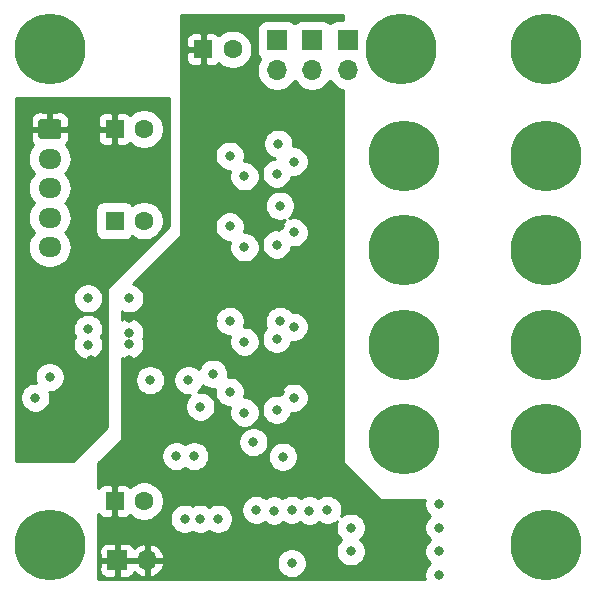
<source format=gbr>
%TF.GenerationSoftware,KiCad,Pcbnew,(5.1.6)-1*%
%TF.CreationDate,2021-10-10T19:01:51-07:00*%
%TF.ProjectId,PV Panel Monitor,50562050-616e-4656-9c20-4d6f6e69746f,rev?*%
%TF.SameCoordinates,Original*%
%TF.FileFunction,Copper,L3,Inr*%
%TF.FilePolarity,Positive*%
%FSLAX46Y46*%
G04 Gerber Fmt 4.6, Leading zero omitted, Abs format (unit mm)*
G04 Created by KiCad (PCBNEW (5.1.6)-1) date 2021-10-10 19:01:51*
%MOMM*%
%LPD*%
G01*
G04 APERTURE LIST*
%TA.AperFunction,ViaPad*%
%ADD10O,1.700000X1.700000*%
%TD*%
%TA.AperFunction,ViaPad*%
%ADD11R,1.700000X1.700000*%
%TD*%
%TA.AperFunction,ViaPad*%
%ADD12O,1.950000X1.700000*%
%TD*%
%TA.AperFunction,ViaPad*%
%ADD13C,1.600000*%
%TD*%
%TA.AperFunction,ViaPad*%
%ADD14R,1.600000X1.600000*%
%TD*%
%TA.AperFunction,ViaPad*%
%ADD15C,6.000000*%
%TD*%
%TA.AperFunction,ViaPad*%
%ADD16C,0.800000*%
%TD*%
%TA.AperFunction,Conductor*%
%ADD17C,0.400000*%
%TD*%
%TA.AperFunction,Conductor*%
%ADD18C,0.254000*%
%TD*%
G04 APERTURE END LIST*
D10*
%TO.N,+5VA*%
%TO.C,TP4*%
X62250000Y-97250000D03*
D11*
X59710000Y-97250000D03*
%TD*%
D10*
%TO.N,/SDA*%
%TO.C,TP3*%
X76250000Y-55790000D03*
D11*
X76250000Y-53250000D03*
%TD*%
D10*
%TO.N,/SCL*%
%TO.C,TP2*%
X79250000Y-55790000D03*
D11*
X79250000Y-53250000D03*
%TD*%
D10*
%TO.N,GNDA*%
%TO.C,TP1*%
X73250000Y-55790000D03*
D11*
X73250000Y-53250000D03*
%TD*%
D12*
%TO.N,GND*%
%TO.C,J1*%
X54000000Y-70750000D03*
%TO.N,Net-(J1-Pad4)*%
X54000000Y-68250000D03*
%TO.N,Net-(J1-Pad3)*%
X54000000Y-65750000D03*
%TO.N,VBUS*%
X54000000Y-63250000D03*
%TO.N,+5V*%
%TA.AperFunction,ViaPad*%
G36*
G01*
X53275000Y-59900000D02*
X54725000Y-59900000D01*
G75*
G02*
X54975000Y-60150000I0J-250000D01*
G01*
X54975000Y-61350000D01*
G75*
G02*
X54725000Y-61600000I-250000J0D01*
G01*
X53275000Y-61600000D01*
G75*
G02*
X53025000Y-61350000I0J250000D01*
G01*
X53025000Y-60150000D01*
G75*
G02*
X53275000Y-59900000I250000J0D01*
G01*
G37*
%TD.AperFunction*%
%TD*%
D13*
%TO.N,GND*%
%TO.C,C22*%
X62000000Y-68500000D03*
D14*
%TO.N,VBUS*%
X59500000Y-68500000D03*
%TD*%
D13*
%TO.N,GND*%
%TO.C,C15*%
X62000000Y-60750000D03*
D14*
%TO.N,+5V*%
X59500000Y-60750000D03*
%TD*%
D15*
%TO.N,N/C*%
%TO.C,H4*%
X54000000Y-96000000D03*
D16*
X56250000Y-96000000D03*
X55590990Y-97590990D03*
X54000000Y-98250000D03*
X52409010Y-97590990D03*
X51750000Y-96000000D03*
X52409010Y-94409010D03*
X54000000Y-93750000D03*
X55590990Y-94409010D03*
%TD*%
D15*
%TO.N,N/C*%
%TO.C,H3*%
X96000000Y-54000000D03*
D16*
X98250000Y-54000000D03*
X97590990Y-55590990D03*
X96000000Y-56250000D03*
X94409010Y-55590990D03*
X93750000Y-54000000D03*
X94409010Y-52409010D03*
X96000000Y-51750000D03*
X97590990Y-52409010D03*
%TD*%
D15*
%TO.N,N/C*%
%TO.C,H2*%
X54000000Y-54000000D03*
D16*
X56250000Y-54000000D03*
X55590990Y-55590990D03*
X54000000Y-56250000D03*
X52409010Y-55590990D03*
X51750000Y-54000000D03*
X52409010Y-52409010D03*
X54000000Y-51750000D03*
X55590990Y-52409010D03*
%TD*%
D15*
%TO.N,N/C*%
%TO.C,H1*%
X96000000Y-96000000D03*
D16*
X98250000Y-96000000D03*
X97590990Y-97590990D03*
X96000000Y-98250000D03*
X94409010Y-97590990D03*
X93750000Y-96000000D03*
X94409010Y-94409010D03*
X96000000Y-93750000D03*
X97590990Y-94409010D03*
%TD*%
%TO.N,GNDA*%
%TO.C,Gnd1*%
X85340990Y-52409010D03*
X83750000Y-51750000D03*
X82159010Y-52409010D03*
X81500000Y-54000000D03*
X82159010Y-55590990D03*
X83750000Y-56250000D03*
X85340990Y-55590990D03*
X86000000Y-54000000D03*
D15*
X83750000Y-54000000D03*
%TD*%
D13*
%TO.N,GNDA*%
%TO.C,C6*%
X62000000Y-92250000D03*
D14*
%TO.N,+5VA*%
X59500000Y-92250000D03*
%TD*%
D13*
%TO.N,GNDA*%
%TO.C,C5*%
X69500000Y-54000000D03*
D14*
%TO.N,+5VA*%
X67000000Y-54000000D03*
%TD*%
D16*
%TO.N,Net-(R4-Pad1)*%
%TO.C,S4_Lo1*%
X85590990Y-85409010D03*
X84000000Y-84750000D03*
X82409010Y-85409010D03*
X81750000Y-87000000D03*
X82409010Y-88590990D03*
X84000000Y-89250000D03*
X85590990Y-88590990D03*
X86250000Y-87000000D03*
D15*
X84000000Y-87000000D03*
%TD*%
D16*
%TO.N,Net-(R4-Pad4)*%
%TO.C,S4_Hi1*%
X97590990Y-85409010D03*
X96000000Y-84750000D03*
X94409010Y-85409010D03*
X93750000Y-87000000D03*
X94409010Y-88590990D03*
X96000000Y-89250000D03*
X97590990Y-88590990D03*
X98250000Y-87000000D03*
D15*
X96000000Y-87000000D03*
%TD*%
D16*
%TO.N,Net-(R3-Pad1)*%
%TO.C,S3_Lo1*%
X85590990Y-77409010D03*
X84000000Y-76750000D03*
X82409010Y-77409010D03*
X81750000Y-79000000D03*
X82409010Y-80590990D03*
X84000000Y-81250000D03*
X85590990Y-80590990D03*
X86250000Y-79000000D03*
D15*
X84000000Y-79000000D03*
%TD*%
D16*
%TO.N,Net-(R3-Pad4)*%
%TO.C,S3_Hi1*%
X97590990Y-77409010D03*
X96000000Y-76750000D03*
X94409010Y-77409010D03*
X93750000Y-79000000D03*
X94409010Y-80590990D03*
X96000000Y-81250000D03*
X97590990Y-80590990D03*
X98250000Y-79000000D03*
D15*
X96000000Y-79000000D03*
%TD*%
D16*
%TO.N,Net-(R2-Pad1)*%
%TO.C,S2_Lo1*%
X85590990Y-69409010D03*
X84000000Y-68750000D03*
X82409010Y-69409010D03*
X81750000Y-71000000D03*
X82409010Y-72590990D03*
X84000000Y-73250000D03*
X85590990Y-72590990D03*
X86250000Y-71000000D03*
D15*
X84000000Y-71000000D03*
%TD*%
D16*
%TO.N,Net-(R2-Pad4)*%
%TO.C,S2_Hi1*%
X97590990Y-69409010D03*
X96000000Y-68750000D03*
X94409010Y-69409010D03*
X93750000Y-71000000D03*
X94409010Y-72590990D03*
X96000000Y-73250000D03*
X97590990Y-72590990D03*
X98250000Y-71000000D03*
D15*
X96000000Y-71000000D03*
%TD*%
D16*
%TO.N,Net-(R1-Pad1)*%
%TO.C,S1_Lo1*%
X85590990Y-61409010D03*
X84000000Y-60750000D03*
X82409010Y-61409010D03*
X81750000Y-63000000D03*
X82409010Y-64590990D03*
X84000000Y-65250000D03*
X85590990Y-64590990D03*
X86250000Y-63000000D03*
D15*
X84000000Y-63000000D03*
%TD*%
D16*
%TO.N,Net-(R1-Pad4)*%
%TO.C,S1_Hi1*%
X97590990Y-61409010D03*
X96000000Y-60750000D03*
X94409010Y-61409010D03*
X93750000Y-63000000D03*
X94409010Y-64590990D03*
X96000000Y-65250000D03*
X97590990Y-64590990D03*
X98250000Y-63000000D03*
D15*
X96000000Y-63000000D03*
%TD*%
D16*
%TO.N,GND*%
X52775000Y-83500000D03*
X57250000Y-79000000D03*
X57250000Y-77675000D03*
X57250000Y-75075000D03*
X54000000Y-81750000D03*
%TO.N,Net-(R1-Pad4)*%
X87000000Y-92500000D03*
%TO.N,Net-(R2-Pad4)*%
X87000000Y-94500000D03*
%TO.N,Net-(R3-Pad4)*%
X87000000Y-96500000D03*
%TO.N,Net-(R4-Pad4)*%
X87000000Y-98500000D03*
%TO.N,Net-(C12-Pad1)*%
X74500000Y-97500000D03*
X79499990Y-96500000D03*
%TO.N,Net-(C13-Pad1)*%
X79500000Y-94500000D03*
X73750000Y-88500000D03*
%TO.N,GNDA*%
X74650000Y-63500000D03*
X73225000Y-64525000D03*
X73225000Y-78525000D03*
X73225000Y-84525000D03*
X66750000Y-84250000D03*
X71250000Y-87250000D03*
X73500000Y-77000000D03*
X74650000Y-83500000D03*
X74650000Y-77500000D03*
X73350000Y-62000000D03*
X74650000Y-69500000D03*
X67825000Y-81475000D03*
X60750000Y-75075000D03*
X60750000Y-78975000D03*
X65750000Y-82000000D03*
X62500000Y-82000000D03*
X77500000Y-93000000D03*
X76000000Y-93050000D03*
X74500000Y-93000000D03*
X73000000Y-93050000D03*
X71500000Y-93000000D03*
X60750006Y-78000000D03*
X73500000Y-67250000D03*
X65450000Y-93750000D03*
X66750000Y-93749984D03*
X68250000Y-93750000D03*
X73225000Y-70525000D03*
%TO.N,+5VA*%
X69250000Y-58700000D03*
X67250000Y-61700000D03*
X73500000Y-81500000D03*
X73500000Y-83000000D03*
X73500000Y-75500000D03*
X77750000Y-64000000D03*
X77750000Y-70000000D03*
X77750000Y-78000000D03*
X67825000Y-77025000D03*
X60750000Y-80275000D03*
X66525000Y-97725000D03*
X66750000Y-92000000D03*
X68250000Y-92000000D03*
X60750000Y-76750018D03*
X77750000Y-84000000D03*
X73500000Y-69000000D03*
%TO.N,+5V*%
X57475000Y-80275000D03*
%TO.N,/SCL*%
X70500000Y-64750000D03*
X70500000Y-70750000D03*
X70500000Y-78750000D03*
X64725000Y-88437500D03*
X70500000Y-84750000D03*
%TO.N,/SDA*%
X69250000Y-63000000D03*
X69250000Y-69000000D03*
X69250000Y-77000000D03*
X66225000Y-88437500D03*
X69250000Y-83000000D03*
%TD*%
D17*
%TO.N,+5VA*%
X60750000Y-76750018D02*
X60750000Y-76500000D01*
%TD*%
D18*
%TO.N,+5VA*%
G36*
X78873000Y-51518757D02*
G01*
X78400000Y-51518757D01*
X78228078Y-51535690D01*
X78062763Y-51585838D01*
X77910408Y-51667273D01*
X77776867Y-51776867D01*
X77750000Y-51809605D01*
X77723133Y-51776867D01*
X77589592Y-51667273D01*
X77437237Y-51585838D01*
X77271922Y-51535690D01*
X77100000Y-51518757D01*
X75400000Y-51518757D01*
X75228078Y-51535690D01*
X75062763Y-51585838D01*
X74910408Y-51667273D01*
X74776867Y-51776867D01*
X74750000Y-51809605D01*
X74723133Y-51776867D01*
X74589592Y-51667273D01*
X74437237Y-51585838D01*
X74271922Y-51535690D01*
X74100000Y-51518757D01*
X72400000Y-51518757D01*
X72228078Y-51535690D01*
X72062763Y-51585838D01*
X71910408Y-51667273D01*
X71776867Y-51776867D01*
X71667273Y-51910408D01*
X71585838Y-52062763D01*
X71535690Y-52228078D01*
X71518757Y-52400000D01*
X71518757Y-54100000D01*
X71535690Y-54271922D01*
X71585838Y-54437237D01*
X71667273Y-54589592D01*
X71776867Y-54723133D01*
X71847229Y-54780878D01*
X71719553Y-54971959D01*
X71589368Y-55286253D01*
X71523000Y-55619905D01*
X71523000Y-55960095D01*
X71589368Y-56293747D01*
X71719553Y-56608041D01*
X71908552Y-56890898D01*
X72149102Y-57131448D01*
X72431959Y-57320447D01*
X72746253Y-57450632D01*
X73079905Y-57517000D01*
X73420095Y-57517000D01*
X73753747Y-57450632D01*
X74068041Y-57320447D01*
X74350898Y-57131448D01*
X74591448Y-56890898D01*
X74750000Y-56653608D01*
X74908552Y-56890898D01*
X75149102Y-57131448D01*
X75431959Y-57320447D01*
X75746253Y-57450632D01*
X76079905Y-57517000D01*
X76420095Y-57517000D01*
X76753747Y-57450632D01*
X77068041Y-57320447D01*
X77350898Y-57131448D01*
X77591448Y-56890898D01*
X77750000Y-56653608D01*
X77908552Y-56890898D01*
X78149102Y-57131448D01*
X78431959Y-57320447D01*
X78746253Y-57450632D01*
X78873000Y-57475844D01*
X78873000Y-89000000D01*
X78875440Y-89024776D01*
X78882667Y-89048601D01*
X78894403Y-89070557D01*
X78910197Y-89089803D01*
X81910197Y-92089803D01*
X81929443Y-92105597D01*
X81951399Y-92117333D01*
X81975224Y-92124560D01*
X82000000Y-92127000D01*
X85772286Y-92127000D01*
X85772074Y-92127513D01*
X85723000Y-92374226D01*
X85723000Y-92625774D01*
X85772074Y-92872487D01*
X85868337Y-93104886D01*
X86008089Y-93314040D01*
X86185960Y-93491911D01*
X86198066Y-93500000D01*
X86185960Y-93508089D01*
X86008089Y-93685960D01*
X85868337Y-93895114D01*
X85772074Y-94127513D01*
X85723000Y-94374226D01*
X85723000Y-94625774D01*
X85772074Y-94872487D01*
X85868337Y-95104886D01*
X86008089Y-95314040D01*
X86185960Y-95491911D01*
X86198066Y-95500000D01*
X86185960Y-95508089D01*
X86008089Y-95685960D01*
X85868337Y-95895114D01*
X85772074Y-96127513D01*
X85723000Y-96374226D01*
X85723000Y-96625774D01*
X85772074Y-96872487D01*
X85868337Y-97104886D01*
X86008089Y-97314040D01*
X86185960Y-97491911D01*
X86198066Y-97500000D01*
X86185960Y-97508089D01*
X86008089Y-97685960D01*
X85868337Y-97895114D01*
X85772074Y-98127513D01*
X85723000Y-98374226D01*
X85723000Y-98625774D01*
X85772074Y-98872487D01*
X85772286Y-98873000D01*
X58127000Y-98873000D01*
X58127000Y-98100000D01*
X58221928Y-98100000D01*
X58234188Y-98224482D01*
X58270498Y-98344180D01*
X58329463Y-98454494D01*
X58408815Y-98551185D01*
X58505506Y-98630537D01*
X58615820Y-98689502D01*
X58735518Y-98725812D01*
X58860000Y-98738072D01*
X59424250Y-98735000D01*
X59583000Y-98576250D01*
X59583000Y-97377000D01*
X59837000Y-97377000D01*
X59837000Y-98576250D01*
X59995750Y-98735000D01*
X60560000Y-98738072D01*
X60684482Y-98725812D01*
X60804180Y-98689502D01*
X60914494Y-98630537D01*
X61011185Y-98551185D01*
X61090537Y-98454494D01*
X61149502Y-98344180D01*
X61173966Y-98263534D01*
X61249731Y-98347588D01*
X61483080Y-98521641D01*
X61745901Y-98646825D01*
X61893110Y-98691476D01*
X62123000Y-98570155D01*
X62123000Y-97377000D01*
X62377000Y-97377000D01*
X62377000Y-98570155D01*
X62606890Y-98691476D01*
X62754099Y-98646825D01*
X63016920Y-98521641D01*
X63250269Y-98347588D01*
X63445178Y-98131355D01*
X63594157Y-97881252D01*
X63691481Y-97606891D01*
X63570814Y-97377000D01*
X62377000Y-97377000D01*
X62123000Y-97377000D01*
X59837000Y-97377000D01*
X59583000Y-97377000D01*
X58383750Y-97377000D01*
X58225000Y-97535750D01*
X58221928Y-98100000D01*
X58127000Y-98100000D01*
X58127000Y-97374226D01*
X73223000Y-97374226D01*
X73223000Y-97625774D01*
X73272074Y-97872487D01*
X73368337Y-98104886D01*
X73508089Y-98314040D01*
X73685960Y-98491911D01*
X73895114Y-98631663D01*
X74127513Y-98727926D01*
X74374226Y-98777000D01*
X74625774Y-98777000D01*
X74872487Y-98727926D01*
X75104886Y-98631663D01*
X75314040Y-98491911D01*
X75491911Y-98314040D01*
X75631663Y-98104886D01*
X75727926Y-97872487D01*
X75777000Y-97625774D01*
X75777000Y-97374226D01*
X75727926Y-97127513D01*
X75631663Y-96895114D01*
X75491911Y-96685960D01*
X75314040Y-96508089D01*
X75104886Y-96368337D01*
X74872487Y-96272074D01*
X74625774Y-96223000D01*
X74374226Y-96223000D01*
X74127513Y-96272074D01*
X73895114Y-96368337D01*
X73685960Y-96508089D01*
X73508089Y-96685960D01*
X73368337Y-96895114D01*
X73272074Y-97127513D01*
X73223000Y-97374226D01*
X58127000Y-97374226D01*
X58127000Y-96400000D01*
X58221928Y-96400000D01*
X58225000Y-96964250D01*
X58383750Y-97123000D01*
X59583000Y-97123000D01*
X59583000Y-95923750D01*
X59837000Y-95923750D01*
X59837000Y-97123000D01*
X62123000Y-97123000D01*
X62123000Y-95929845D01*
X62377000Y-95929845D01*
X62377000Y-97123000D01*
X63570814Y-97123000D01*
X63691481Y-96893109D01*
X63594157Y-96618748D01*
X63445178Y-96368645D01*
X63250269Y-96152412D01*
X63016920Y-95978359D01*
X62754099Y-95853175D01*
X62606890Y-95808524D01*
X62377000Y-95929845D01*
X62123000Y-95929845D01*
X61893110Y-95808524D01*
X61745901Y-95853175D01*
X61483080Y-95978359D01*
X61249731Y-96152412D01*
X61173966Y-96236466D01*
X61149502Y-96155820D01*
X61090537Y-96045506D01*
X61011185Y-95948815D01*
X60914494Y-95869463D01*
X60804180Y-95810498D01*
X60684482Y-95774188D01*
X60560000Y-95761928D01*
X59995750Y-95765000D01*
X59837000Y-95923750D01*
X59583000Y-95923750D01*
X59424250Y-95765000D01*
X58860000Y-95761928D01*
X58735518Y-95774188D01*
X58615820Y-95810498D01*
X58505506Y-95869463D01*
X58408815Y-95948815D01*
X58329463Y-96045506D01*
X58270498Y-96155820D01*
X58234188Y-96275518D01*
X58221928Y-96400000D01*
X58127000Y-96400000D01*
X58127000Y-93325053D01*
X58169463Y-93404494D01*
X58248815Y-93501185D01*
X58345506Y-93580537D01*
X58455820Y-93639502D01*
X58575518Y-93675812D01*
X58700000Y-93688072D01*
X59214250Y-93685000D01*
X59373000Y-93526250D01*
X59373000Y-92377000D01*
X59353000Y-92377000D01*
X59353000Y-92123000D01*
X59373000Y-92123000D01*
X59373000Y-90973750D01*
X59627000Y-90973750D01*
X59627000Y-92123000D01*
X59647000Y-92123000D01*
X59647000Y-92377000D01*
X59627000Y-92377000D01*
X59627000Y-93526250D01*
X59785750Y-93685000D01*
X60300000Y-93688072D01*
X60424482Y-93675812D01*
X60544180Y-93639502D01*
X60654494Y-93580537D01*
X60751185Y-93501185D01*
X60809046Y-93430682D01*
X60930975Y-93552611D01*
X61205643Y-93736138D01*
X61510837Y-93862554D01*
X61834830Y-93927000D01*
X62165170Y-93927000D01*
X62489163Y-93862554D01*
X62794357Y-93736138D01*
X62961845Y-93624226D01*
X64173000Y-93624226D01*
X64173000Y-93875774D01*
X64222074Y-94122487D01*
X64318337Y-94354886D01*
X64458089Y-94564040D01*
X64635960Y-94741911D01*
X64845114Y-94881663D01*
X65077513Y-94977926D01*
X65324226Y-95027000D01*
X65575774Y-95027000D01*
X65822487Y-94977926D01*
X66054886Y-94881663D01*
X66100012Y-94851511D01*
X66145114Y-94881647D01*
X66377513Y-94977910D01*
X66624226Y-95026984D01*
X66875774Y-95026984D01*
X67122487Y-94977910D01*
X67354886Y-94881647D01*
X67499988Y-94784693D01*
X67645114Y-94881663D01*
X67877513Y-94977926D01*
X68124226Y-95027000D01*
X68375774Y-95027000D01*
X68622487Y-94977926D01*
X68854886Y-94881663D01*
X69064040Y-94741911D01*
X69241911Y-94564040D01*
X69381663Y-94354886D01*
X69477926Y-94122487D01*
X69527000Y-93875774D01*
X69527000Y-93624226D01*
X69477926Y-93377513D01*
X69381663Y-93145114D01*
X69241911Y-92935960D01*
X69180177Y-92874226D01*
X70223000Y-92874226D01*
X70223000Y-93125774D01*
X70272074Y-93372487D01*
X70368337Y-93604886D01*
X70508089Y-93814040D01*
X70685960Y-93991911D01*
X70895114Y-94131663D01*
X71127513Y-94227926D01*
X71374226Y-94277000D01*
X71625774Y-94277000D01*
X71872487Y-94227926D01*
X72104886Y-94131663D01*
X72212585Y-94059701D01*
X72395114Y-94181663D01*
X72627513Y-94277926D01*
X72874226Y-94327000D01*
X73125774Y-94327000D01*
X73372487Y-94277926D01*
X73604886Y-94181663D01*
X73787415Y-94059701D01*
X73895114Y-94131663D01*
X74127513Y-94227926D01*
X74374226Y-94277000D01*
X74625774Y-94277000D01*
X74872487Y-94227926D01*
X75104886Y-94131663D01*
X75212585Y-94059701D01*
X75395114Y-94181663D01*
X75627513Y-94277926D01*
X75874226Y-94327000D01*
X76125774Y-94327000D01*
X76372487Y-94277926D01*
X76604886Y-94181663D01*
X76787415Y-94059701D01*
X76895114Y-94131663D01*
X77127513Y-94227926D01*
X77374226Y-94277000D01*
X77625774Y-94277000D01*
X77872487Y-94227926D01*
X78104886Y-94131663D01*
X78314040Y-93991911D01*
X78338285Y-93967666D01*
X78272074Y-94127513D01*
X78223000Y-94374226D01*
X78223000Y-94625774D01*
X78272074Y-94872487D01*
X78368337Y-95104886D01*
X78508089Y-95314040D01*
X78685960Y-95491911D01*
X78698061Y-95499997D01*
X78685950Y-95508089D01*
X78508079Y-95685960D01*
X78368327Y-95895114D01*
X78272064Y-96127513D01*
X78222990Y-96374226D01*
X78222990Y-96625774D01*
X78272064Y-96872487D01*
X78368327Y-97104886D01*
X78508079Y-97314040D01*
X78685950Y-97491911D01*
X78895104Y-97631663D01*
X79127503Y-97727926D01*
X79374216Y-97777000D01*
X79625764Y-97777000D01*
X79872477Y-97727926D01*
X80104876Y-97631663D01*
X80314030Y-97491911D01*
X80491901Y-97314040D01*
X80631653Y-97104886D01*
X80727916Y-96872487D01*
X80776990Y-96625774D01*
X80776990Y-96374226D01*
X80727916Y-96127513D01*
X80631653Y-95895114D01*
X80491901Y-95685960D01*
X80314030Y-95508089D01*
X80301929Y-95500003D01*
X80314040Y-95491911D01*
X80491911Y-95314040D01*
X80631663Y-95104886D01*
X80727926Y-94872487D01*
X80777000Y-94625774D01*
X80777000Y-94374226D01*
X80727926Y-94127513D01*
X80631663Y-93895114D01*
X80491911Y-93685960D01*
X80314040Y-93508089D01*
X80104886Y-93368337D01*
X79872487Y-93272074D01*
X79625774Y-93223000D01*
X79374226Y-93223000D01*
X79127513Y-93272074D01*
X78895114Y-93368337D01*
X78685960Y-93508089D01*
X78661715Y-93532334D01*
X78727926Y-93372487D01*
X78777000Y-93125774D01*
X78777000Y-92874226D01*
X78727926Y-92627513D01*
X78631663Y-92395114D01*
X78491911Y-92185960D01*
X78314040Y-92008089D01*
X78104886Y-91868337D01*
X77872487Y-91772074D01*
X77625774Y-91723000D01*
X77374226Y-91723000D01*
X77127513Y-91772074D01*
X76895114Y-91868337D01*
X76712585Y-91990299D01*
X76604886Y-91918337D01*
X76372487Y-91822074D01*
X76125774Y-91773000D01*
X75874226Y-91773000D01*
X75627513Y-91822074D01*
X75395114Y-91918337D01*
X75287415Y-91990299D01*
X75104886Y-91868337D01*
X74872487Y-91772074D01*
X74625774Y-91723000D01*
X74374226Y-91723000D01*
X74127513Y-91772074D01*
X73895114Y-91868337D01*
X73712585Y-91990299D01*
X73604886Y-91918337D01*
X73372487Y-91822074D01*
X73125774Y-91773000D01*
X72874226Y-91773000D01*
X72627513Y-91822074D01*
X72395114Y-91918337D01*
X72287415Y-91990299D01*
X72104886Y-91868337D01*
X71872487Y-91772074D01*
X71625774Y-91723000D01*
X71374226Y-91723000D01*
X71127513Y-91772074D01*
X70895114Y-91868337D01*
X70685960Y-92008089D01*
X70508089Y-92185960D01*
X70368337Y-92395114D01*
X70272074Y-92627513D01*
X70223000Y-92874226D01*
X69180177Y-92874226D01*
X69064040Y-92758089D01*
X68854886Y-92618337D01*
X68622487Y-92522074D01*
X68375774Y-92473000D01*
X68124226Y-92473000D01*
X67877513Y-92522074D01*
X67645114Y-92618337D01*
X67500012Y-92715291D01*
X67354886Y-92618321D01*
X67122487Y-92522058D01*
X66875774Y-92472984D01*
X66624226Y-92472984D01*
X66377513Y-92522058D01*
X66145114Y-92618321D01*
X66099988Y-92648473D01*
X66054886Y-92618337D01*
X65822487Y-92522074D01*
X65575774Y-92473000D01*
X65324226Y-92473000D01*
X65077513Y-92522074D01*
X64845114Y-92618337D01*
X64635960Y-92758089D01*
X64458089Y-92935960D01*
X64318337Y-93145114D01*
X64222074Y-93377513D01*
X64173000Y-93624226D01*
X62961845Y-93624226D01*
X63069025Y-93552611D01*
X63302611Y-93319025D01*
X63486138Y-93044357D01*
X63612554Y-92739163D01*
X63677000Y-92415170D01*
X63677000Y-92084830D01*
X63612554Y-91760837D01*
X63486138Y-91455643D01*
X63302611Y-91180975D01*
X63069025Y-90947389D01*
X62794357Y-90763862D01*
X62489163Y-90637446D01*
X62165170Y-90573000D01*
X61834830Y-90573000D01*
X61510837Y-90637446D01*
X61205643Y-90763862D01*
X60930975Y-90947389D01*
X60809046Y-91069318D01*
X60751185Y-90998815D01*
X60654494Y-90919463D01*
X60544180Y-90860498D01*
X60424482Y-90824188D01*
X60300000Y-90811928D01*
X59785750Y-90815000D01*
X59627000Y-90973750D01*
X59373000Y-90973750D01*
X59214250Y-90815000D01*
X58700000Y-90811928D01*
X58575518Y-90824188D01*
X58455820Y-90860498D01*
X58345506Y-90919463D01*
X58248815Y-90998815D01*
X58169463Y-91095506D01*
X58127000Y-91174947D01*
X58127000Y-89052606D01*
X58867880Y-88311726D01*
X63448000Y-88311726D01*
X63448000Y-88563274D01*
X63497074Y-88809987D01*
X63593337Y-89042386D01*
X63733089Y-89251540D01*
X63910960Y-89429411D01*
X64120114Y-89569163D01*
X64352513Y-89665426D01*
X64599226Y-89714500D01*
X64850774Y-89714500D01*
X65097487Y-89665426D01*
X65329886Y-89569163D01*
X65475000Y-89472201D01*
X65620114Y-89569163D01*
X65852513Y-89665426D01*
X66099226Y-89714500D01*
X66350774Y-89714500D01*
X66597487Y-89665426D01*
X66829886Y-89569163D01*
X67039040Y-89429411D01*
X67216911Y-89251540D01*
X67356663Y-89042386D01*
X67452926Y-88809987D01*
X67502000Y-88563274D01*
X67502000Y-88311726D01*
X67452926Y-88065013D01*
X67356663Y-87832614D01*
X67216911Y-87623460D01*
X67039040Y-87445589D01*
X66829886Y-87305837D01*
X66597487Y-87209574D01*
X66350774Y-87160500D01*
X66099226Y-87160500D01*
X65852513Y-87209574D01*
X65620114Y-87305837D01*
X65475000Y-87402799D01*
X65329886Y-87305837D01*
X65097487Y-87209574D01*
X64850774Y-87160500D01*
X64599226Y-87160500D01*
X64352513Y-87209574D01*
X64120114Y-87305837D01*
X63910960Y-87445589D01*
X63733089Y-87623460D01*
X63593337Y-87832614D01*
X63497074Y-88065013D01*
X63448000Y-88311726D01*
X58867880Y-88311726D01*
X60055380Y-87124226D01*
X69973000Y-87124226D01*
X69973000Y-87375774D01*
X70022074Y-87622487D01*
X70118337Y-87854886D01*
X70258089Y-88064040D01*
X70435960Y-88241911D01*
X70645114Y-88381663D01*
X70877513Y-88477926D01*
X71124226Y-88527000D01*
X71375774Y-88527000D01*
X71622487Y-88477926D01*
X71854886Y-88381663D01*
X71866016Y-88374226D01*
X72473000Y-88374226D01*
X72473000Y-88625774D01*
X72522074Y-88872487D01*
X72618337Y-89104886D01*
X72758089Y-89314040D01*
X72935960Y-89491911D01*
X73145114Y-89631663D01*
X73377513Y-89727926D01*
X73624226Y-89777000D01*
X73875774Y-89777000D01*
X74122487Y-89727926D01*
X74354886Y-89631663D01*
X74564040Y-89491911D01*
X74741911Y-89314040D01*
X74881663Y-89104886D01*
X74977926Y-88872487D01*
X75027000Y-88625774D01*
X75027000Y-88374226D01*
X74977926Y-88127513D01*
X74881663Y-87895114D01*
X74741911Y-87685960D01*
X74564040Y-87508089D01*
X74354886Y-87368337D01*
X74122487Y-87272074D01*
X73875774Y-87223000D01*
X73624226Y-87223000D01*
X73377513Y-87272074D01*
X73145114Y-87368337D01*
X72935960Y-87508089D01*
X72758089Y-87685960D01*
X72618337Y-87895114D01*
X72522074Y-88127513D01*
X72473000Y-88374226D01*
X71866016Y-88374226D01*
X72064040Y-88241911D01*
X72241911Y-88064040D01*
X72381663Y-87854886D01*
X72477926Y-87622487D01*
X72527000Y-87375774D01*
X72527000Y-87124226D01*
X72477926Y-86877513D01*
X72381663Y-86645114D01*
X72241911Y-86435960D01*
X72064040Y-86258089D01*
X71854886Y-86118337D01*
X71622487Y-86022074D01*
X71375774Y-85973000D01*
X71124226Y-85973000D01*
X70877513Y-86022074D01*
X70645114Y-86118337D01*
X70435960Y-86258089D01*
X70258089Y-86435960D01*
X70118337Y-86645114D01*
X70022074Y-86877513D01*
X69973000Y-87124226D01*
X60055380Y-87124226D01*
X60089803Y-87089803D01*
X60105597Y-87070557D01*
X60117333Y-87048601D01*
X60124560Y-87024776D01*
X60127000Y-87000000D01*
X60127000Y-81874226D01*
X61223000Y-81874226D01*
X61223000Y-82125774D01*
X61272074Y-82372487D01*
X61368337Y-82604886D01*
X61508089Y-82814040D01*
X61685960Y-82991911D01*
X61895114Y-83131663D01*
X62127513Y-83227926D01*
X62374226Y-83277000D01*
X62625774Y-83277000D01*
X62872487Y-83227926D01*
X63104886Y-83131663D01*
X63314040Y-82991911D01*
X63491911Y-82814040D01*
X63631663Y-82604886D01*
X63727926Y-82372487D01*
X63777000Y-82125774D01*
X63777000Y-81874226D01*
X64473000Y-81874226D01*
X64473000Y-82125774D01*
X64522074Y-82372487D01*
X64618337Y-82604886D01*
X64758089Y-82814040D01*
X64935960Y-82991911D01*
X65145114Y-83131663D01*
X65377513Y-83227926D01*
X65624226Y-83277000D01*
X65875774Y-83277000D01*
X65927298Y-83266751D01*
X65758089Y-83435960D01*
X65618337Y-83645114D01*
X65522074Y-83877513D01*
X65473000Y-84124226D01*
X65473000Y-84375774D01*
X65522074Y-84622487D01*
X65618337Y-84854886D01*
X65758089Y-85064040D01*
X65935960Y-85241911D01*
X66145114Y-85381663D01*
X66377513Y-85477926D01*
X66624226Y-85527000D01*
X66875774Y-85527000D01*
X67122487Y-85477926D01*
X67354886Y-85381663D01*
X67564040Y-85241911D01*
X67741911Y-85064040D01*
X67881663Y-84854886D01*
X67977926Y-84622487D01*
X68027000Y-84375774D01*
X68027000Y-84124226D01*
X67977926Y-83877513D01*
X67881663Y-83645114D01*
X67741911Y-83435960D01*
X67564040Y-83258089D01*
X67354886Y-83118337D01*
X67122487Y-83022074D01*
X66875774Y-82973000D01*
X66624226Y-82973000D01*
X66572702Y-82983249D01*
X66741911Y-82814040D01*
X66881663Y-82604886D01*
X66959945Y-82415896D01*
X67010960Y-82466911D01*
X67220114Y-82606663D01*
X67452513Y-82702926D01*
X67699226Y-82752000D01*
X67950774Y-82752000D01*
X67999229Y-82742362D01*
X67973000Y-82874226D01*
X67973000Y-83125774D01*
X68022074Y-83372487D01*
X68118337Y-83604886D01*
X68258089Y-83814040D01*
X68435960Y-83991911D01*
X68645114Y-84131663D01*
X68877513Y-84227926D01*
X69124226Y-84277000D01*
X69313708Y-84277000D01*
X69272074Y-84377513D01*
X69223000Y-84624226D01*
X69223000Y-84875774D01*
X69272074Y-85122487D01*
X69368337Y-85354886D01*
X69508089Y-85564040D01*
X69685960Y-85741911D01*
X69895114Y-85881663D01*
X70127513Y-85977926D01*
X70374226Y-86027000D01*
X70625774Y-86027000D01*
X70872487Y-85977926D01*
X71104886Y-85881663D01*
X71314040Y-85741911D01*
X71491911Y-85564040D01*
X71631663Y-85354886D01*
X71727926Y-85122487D01*
X71777000Y-84875774D01*
X71777000Y-84624226D01*
X71732245Y-84399226D01*
X71948000Y-84399226D01*
X71948000Y-84650774D01*
X71997074Y-84897487D01*
X72093337Y-85129886D01*
X72233089Y-85339040D01*
X72410960Y-85516911D01*
X72620114Y-85656663D01*
X72852513Y-85752926D01*
X73099226Y-85802000D01*
X73350774Y-85802000D01*
X73597487Y-85752926D01*
X73829886Y-85656663D01*
X74039040Y-85516911D01*
X74216911Y-85339040D01*
X74356663Y-85129886D01*
X74452926Y-84897487D01*
X74478694Y-84767943D01*
X74524226Y-84777000D01*
X74775774Y-84777000D01*
X75022487Y-84727926D01*
X75254886Y-84631663D01*
X75464040Y-84491911D01*
X75641911Y-84314040D01*
X75781663Y-84104886D01*
X75877926Y-83872487D01*
X75927000Y-83625774D01*
X75927000Y-83374226D01*
X75877926Y-83127513D01*
X75781663Y-82895114D01*
X75641911Y-82685960D01*
X75464040Y-82508089D01*
X75254886Y-82368337D01*
X75022487Y-82272074D01*
X74775774Y-82223000D01*
X74524226Y-82223000D01*
X74277513Y-82272074D01*
X74045114Y-82368337D01*
X73835960Y-82508089D01*
X73658089Y-82685960D01*
X73518337Y-82895114D01*
X73422074Y-83127513D01*
X73396306Y-83257057D01*
X73350774Y-83248000D01*
X73099226Y-83248000D01*
X72852513Y-83297074D01*
X72620114Y-83393337D01*
X72410960Y-83533089D01*
X72233089Y-83710960D01*
X72093337Y-83920114D01*
X71997074Y-84152513D01*
X71948000Y-84399226D01*
X71732245Y-84399226D01*
X71727926Y-84377513D01*
X71631663Y-84145114D01*
X71491911Y-83935960D01*
X71314040Y-83758089D01*
X71104886Y-83618337D01*
X70872487Y-83522074D01*
X70625774Y-83473000D01*
X70436292Y-83473000D01*
X70477926Y-83372487D01*
X70527000Y-83125774D01*
X70527000Y-82874226D01*
X70477926Y-82627513D01*
X70381663Y-82395114D01*
X70241911Y-82185960D01*
X70064040Y-82008089D01*
X69854886Y-81868337D01*
X69622487Y-81772074D01*
X69375774Y-81723000D01*
X69124226Y-81723000D01*
X69075771Y-81732638D01*
X69102000Y-81600774D01*
X69102000Y-81349226D01*
X69052926Y-81102513D01*
X68956663Y-80870114D01*
X68816911Y-80660960D01*
X68639040Y-80483089D01*
X68429886Y-80343337D01*
X68197487Y-80247074D01*
X67950774Y-80198000D01*
X67699226Y-80198000D01*
X67452513Y-80247074D01*
X67220114Y-80343337D01*
X67010960Y-80483089D01*
X66833089Y-80660960D01*
X66693337Y-80870114D01*
X66615055Y-81059104D01*
X66564040Y-81008089D01*
X66354886Y-80868337D01*
X66122487Y-80772074D01*
X65875774Y-80723000D01*
X65624226Y-80723000D01*
X65377513Y-80772074D01*
X65145114Y-80868337D01*
X64935960Y-81008089D01*
X64758089Y-81185960D01*
X64618337Y-81395114D01*
X64522074Y-81627513D01*
X64473000Y-81874226D01*
X63777000Y-81874226D01*
X63727926Y-81627513D01*
X63631663Y-81395114D01*
X63491911Y-81185960D01*
X63314040Y-81008089D01*
X63104886Y-80868337D01*
X62872487Y-80772074D01*
X62625774Y-80723000D01*
X62374226Y-80723000D01*
X62127513Y-80772074D01*
X61895114Y-80868337D01*
X61685960Y-81008089D01*
X61508089Y-81185960D01*
X61368337Y-81395114D01*
X61272074Y-81627513D01*
X61223000Y-81874226D01*
X60127000Y-81874226D01*
X60127000Y-80094560D01*
X60145114Y-80106663D01*
X60377513Y-80202926D01*
X60624226Y-80252000D01*
X60875774Y-80252000D01*
X61122487Y-80202926D01*
X61354886Y-80106663D01*
X61564040Y-79966911D01*
X61741911Y-79789040D01*
X61881663Y-79579886D01*
X61977926Y-79347487D01*
X62027000Y-79100774D01*
X62027000Y-78849226D01*
X61977926Y-78602513D01*
X61930289Y-78487507D01*
X61977932Y-78372487D01*
X62027006Y-78125774D01*
X62027006Y-77874226D01*
X61977932Y-77627513D01*
X61881669Y-77395114D01*
X61741917Y-77185960D01*
X61564046Y-77008089D01*
X61363706Y-76874226D01*
X67973000Y-76874226D01*
X67973000Y-77125774D01*
X68022074Y-77372487D01*
X68118337Y-77604886D01*
X68258089Y-77814040D01*
X68435960Y-77991911D01*
X68645114Y-78131663D01*
X68877513Y-78227926D01*
X69124226Y-78277000D01*
X69313708Y-78277000D01*
X69272074Y-78377513D01*
X69223000Y-78624226D01*
X69223000Y-78875774D01*
X69272074Y-79122487D01*
X69368337Y-79354886D01*
X69508089Y-79564040D01*
X69685960Y-79741911D01*
X69895114Y-79881663D01*
X70127513Y-79977926D01*
X70374226Y-80027000D01*
X70625774Y-80027000D01*
X70872487Y-79977926D01*
X71104886Y-79881663D01*
X71314040Y-79741911D01*
X71491911Y-79564040D01*
X71631663Y-79354886D01*
X71727926Y-79122487D01*
X71777000Y-78875774D01*
X71777000Y-78624226D01*
X71732245Y-78399226D01*
X71948000Y-78399226D01*
X71948000Y-78650774D01*
X71997074Y-78897487D01*
X72093337Y-79129886D01*
X72233089Y-79339040D01*
X72410960Y-79516911D01*
X72620114Y-79656663D01*
X72852513Y-79752926D01*
X73099226Y-79802000D01*
X73350774Y-79802000D01*
X73597487Y-79752926D01*
X73829886Y-79656663D01*
X74039040Y-79516911D01*
X74216911Y-79339040D01*
X74356663Y-79129886D01*
X74452926Y-78897487D01*
X74478694Y-78767943D01*
X74524226Y-78777000D01*
X74775774Y-78777000D01*
X75022487Y-78727926D01*
X75254886Y-78631663D01*
X75464040Y-78491911D01*
X75641911Y-78314040D01*
X75781663Y-78104886D01*
X75877926Y-77872487D01*
X75927000Y-77625774D01*
X75927000Y-77374226D01*
X75877926Y-77127513D01*
X75781663Y-76895114D01*
X75641911Y-76685960D01*
X75464040Y-76508089D01*
X75254886Y-76368337D01*
X75022487Y-76272074D01*
X74775774Y-76223000D01*
X74524226Y-76223000D01*
X74517548Y-76224328D01*
X74491911Y-76185960D01*
X74314040Y-76008089D01*
X74104886Y-75868337D01*
X73872487Y-75772074D01*
X73625774Y-75723000D01*
X73374226Y-75723000D01*
X73127513Y-75772074D01*
X72895114Y-75868337D01*
X72685960Y-76008089D01*
X72508089Y-76185960D01*
X72368337Y-76395114D01*
X72272074Y-76627513D01*
X72223000Y-76874226D01*
X72223000Y-77125774D01*
X72272074Y-77372487D01*
X72359792Y-77584257D01*
X72233089Y-77710960D01*
X72093337Y-77920114D01*
X71997074Y-78152513D01*
X71948000Y-78399226D01*
X71732245Y-78399226D01*
X71727926Y-78377513D01*
X71631663Y-78145114D01*
X71491911Y-77935960D01*
X71314040Y-77758089D01*
X71104886Y-77618337D01*
X70872487Y-77522074D01*
X70625774Y-77473000D01*
X70436292Y-77473000D01*
X70477926Y-77372487D01*
X70527000Y-77125774D01*
X70527000Y-76874226D01*
X70477926Y-76627513D01*
X70381663Y-76395114D01*
X70241911Y-76185960D01*
X70064040Y-76008089D01*
X69854886Y-75868337D01*
X69622487Y-75772074D01*
X69375774Y-75723000D01*
X69124226Y-75723000D01*
X68877513Y-75772074D01*
X68645114Y-75868337D01*
X68435960Y-76008089D01*
X68258089Y-76185960D01*
X68118337Y-76395114D01*
X68022074Y-76627513D01*
X67973000Y-76874226D01*
X61363706Y-76874226D01*
X61354892Y-76868337D01*
X61122493Y-76772074D01*
X60875780Y-76723000D01*
X60624232Y-76723000D01*
X60377519Y-76772074D01*
X60145120Y-76868337D01*
X60127000Y-76880444D01*
X60127000Y-76194560D01*
X60145114Y-76206663D01*
X60377513Y-76302926D01*
X60624226Y-76352000D01*
X60875774Y-76352000D01*
X61122487Y-76302926D01*
X61354886Y-76206663D01*
X61564040Y-76066911D01*
X61741911Y-75889040D01*
X61881663Y-75679886D01*
X61977926Y-75447487D01*
X62027000Y-75200774D01*
X62027000Y-74949226D01*
X61977926Y-74702513D01*
X61881663Y-74470114D01*
X61741911Y-74260960D01*
X61564040Y-74083089D01*
X61354886Y-73943337D01*
X61122487Y-73847074D01*
X61089161Y-73840445D01*
X65089803Y-69839803D01*
X65105597Y-69820557D01*
X65117333Y-69798601D01*
X65124560Y-69774776D01*
X65127000Y-69750000D01*
X65127000Y-68874226D01*
X67973000Y-68874226D01*
X67973000Y-69125774D01*
X68022074Y-69372487D01*
X68118337Y-69604886D01*
X68258089Y-69814040D01*
X68435960Y-69991911D01*
X68645114Y-70131663D01*
X68877513Y-70227926D01*
X69124226Y-70277000D01*
X69313708Y-70277000D01*
X69272074Y-70377513D01*
X69223000Y-70624226D01*
X69223000Y-70875774D01*
X69272074Y-71122487D01*
X69368337Y-71354886D01*
X69508089Y-71564040D01*
X69685960Y-71741911D01*
X69895114Y-71881663D01*
X70127513Y-71977926D01*
X70374226Y-72027000D01*
X70625774Y-72027000D01*
X70872487Y-71977926D01*
X71104886Y-71881663D01*
X71314040Y-71741911D01*
X71491911Y-71564040D01*
X71631663Y-71354886D01*
X71727926Y-71122487D01*
X71777000Y-70875774D01*
X71777000Y-70624226D01*
X71732245Y-70399226D01*
X71948000Y-70399226D01*
X71948000Y-70650774D01*
X71997074Y-70897487D01*
X72093337Y-71129886D01*
X72233089Y-71339040D01*
X72410960Y-71516911D01*
X72620114Y-71656663D01*
X72852513Y-71752926D01*
X73099226Y-71802000D01*
X73350774Y-71802000D01*
X73597487Y-71752926D01*
X73829886Y-71656663D01*
X74039040Y-71516911D01*
X74216911Y-71339040D01*
X74356663Y-71129886D01*
X74452926Y-70897487D01*
X74478694Y-70767943D01*
X74524226Y-70777000D01*
X74775774Y-70777000D01*
X75022487Y-70727926D01*
X75254886Y-70631663D01*
X75464040Y-70491911D01*
X75641911Y-70314040D01*
X75781663Y-70104886D01*
X75877926Y-69872487D01*
X75927000Y-69625774D01*
X75927000Y-69374226D01*
X75877926Y-69127513D01*
X75781663Y-68895114D01*
X75641911Y-68685960D01*
X75464040Y-68508089D01*
X75254886Y-68368337D01*
X75022487Y-68272074D01*
X74775774Y-68223000D01*
X74524226Y-68223000D01*
X74277513Y-68272074D01*
X74254846Y-68281463D01*
X74314040Y-68241911D01*
X74491911Y-68064040D01*
X74631663Y-67854886D01*
X74727926Y-67622487D01*
X74777000Y-67375774D01*
X74777000Y-67124226D01*
X74727926Y-66877513D01*
X74631663Y-66645114D01*
X74491911Y-66435960D01*
X74314040Y-66258089D01*
X74104886Y-66118337D01*
X73872487Y-66022074D01*
X73625774Y-65973000D01*
X73374226Y-65973000D01*
X73127513Y-66022074D01*
X72895114Y-66118337D01*
X72685960Y-66258089D01*
X72508089Y-66435960D01*
X72368337Y-66645114D01*
X72272074Y-66877513D01*
X72223000Y-67124226D01*
X72223000Y-67375774D01*
X72272074Y-67622487D01*
X72368337Y-67854886D01*
X72508089Y-68064040D01*
X72685960Y-68241911D01*
X72895114Y-68381663D01*
X73127513Y-68477926D01*
X73374226Y-68527000D01*
X73625774Y-68527000D01*
X73872487Y-68477926D01*
X73895154Y-68468537D01*
X73835960Y-68508089D01*
X73658089Y-68685960D01*
X73518337Y-68895114D01*
X73422074Y-69127513D01*
X73396306Y-69257057D01*
X73350774Y-69248000D01*
X73099226Y-69248000D01*
X72852513Y-69297074D01*
X72620114Y-69393337D01*
X72410960Y-69533089D01*
X72233089Y-69710960D01*
X72093337Y-69920114D01*
X71997074Y-70152513D01*
X71948000Y-70399226D01*
X71732245Y-70399226D01*
X71727926Y-70377513D01*
X71631663Y-70145114D01*
X71491911Y-69935960D01*
X71314040Y-69758089D01*
X71104886Y-69618337D01*
X70872487Y-69522074D01*
X70625774Y-69473000D01*
X70436292Y-69473000D01*
X70477926Y-69372487D01*
X70527000Y-69125774D01*
X70527000Y-68874226D01*
X70477926Y-68627513D01*
X70381663Y-68395114D01*
X70241911Y-68185960D01*
X70064040Y-68008089D01*
X69854886Y-67868337D01*
X69622487Y-67772074D01*
X69375774Y-67723000D01*
X69124226Y-67723000D01*
X68877513Y-67772074D01*
X68645114Y-67868337D01*
X68435960Y-68008089D01*
X68258089Y-68185960D01*
X68118337Y-68395114D01*
X68022074Y-68627513D01*
X67973000Y-68874226D01*
X65127000Y-68874226D01*
X65127000Y-62874226D01*
X67973000Y-62874226D01*
X67973000Y-63125774D01*
X68022074Y-63372487D01*
X68118337Y-63604886D01*
X68258089Y-63814040D01*
X68435960Y-63991911D01*
X68645114Y-64131663D01*
X68877513Y-64227926D01*
X69124226Y-64277000D01*
X69313708Y-64277000D01*
X69272074Y-64377513D01*
X69223000Y-64624226D01*
X69223000Y-64875774D01*
X69272074Y-65122487D01*
X69368337Y-65354886D01*
X69508089Y-65564040D01*
X69685960Y-65741911D01*
X69895114Y-65881663D01*
X70127513Y-65977926D01*
X70374226Y-66027000D01*
X70625774Y-66027000D01*
X70872487Y-65977926D01*
X71104886Y-65881663D01*
X71314040Y-65741911D01*
X71491911Y-65564040D01*
X71631663Y-65354886D01*
X71727926Y-65122487D01*
X71777000Y-64875774D01*
X71777000Y-64624226D01*
X71732245Y-64399226D01*
X71948000Y-64399226D01*
X71948000Y-64650774D01*
X71997074Y-64897487D01*
X72093337Y-65129886D01*
X72233089Y-65339040D01*
X72410960Y-65516911D01*
X72620114Y-65656663D01*
X72852513Y-65752926D01*
X73099226Y-65802000D01*
X73350774Y-65802000D01*
X73597487Y-65752926D01*
X73829886Y-65656663D01*
X74039040Y-65516911D01*
X74216911Y-65339040D01*
X74356663Y-65129886D01*
X74452926Y-64897487D01*
X74478694Y-64767943D01*
X74524226Y-64777000D01*
X74775774Y-64777000D01*
X75022487Y-64727926D01*
X75254886Y-64631663D01*
X75464040Y-64491911D01*
X75641911Y-64314040D01*
X75781663Y-64104886D01*
X75877926Y-63872487D01*
X75927000Y-63625774D01*
X75927000Y-63374226D01*
X75877926Y-63127513D01*
X75781663Y-62895114D01*
X75641911Y-62685960D01*
X75464040Y-62508089D01*
X75254886Y-62368337D01*
X75022487Y-62272074D01*
X74775774Y-62223000D01*
X74607661Y-62223000D01*
X74627000Y-62125774D01*
X74627000Y-61874226D01*
X74577926Y-61627513D01*
X74481663Y-61395114D01*
X74341911Y-61185960D01*
X74164040Y-61008089D01*
X73954886Y-60868337D01*
X73722487Y-60772074D01*
X73475774Y-60723000D01*
X73224226Y-60723000D01*
X72977513Y-60772074D01*
X72745114Y-60868337D01*
X72535960Y-61008089D01*
X72358089Y-61185960D01*
X72218337Y-61395114D01*
X72122074Y-61627513D01*
X72073000Y-61874226D01*
X72073000Y-62125774D01*
X72122074Y-62372487D01*
X72218337Y-62604886D01*
X72358089Y-62814040D01*
X72535960Y-62991911D01*
X72745114Y-63131663D01*
X72977513Y-63227926D01*
X73088829Y-63250068D01*
X72852513Y-63297074D01*
X72620114Y-63393337D01*
X72410960Y-63533089D01*
X72233089Y-63710960D01*
X72093337Y-63920114D01*
X71997074Y-64152513D01*
X71948000Y-64399226D01*
X71732245Y-64399226D01*
X71727926Y-64377513D01*
X71631663Y-64145114D01*
X71491911Y-63935960D01*
X71314040Y-63758089D01*
X71104886Y-63618337D01*
X70872487Y-63522074D01*
X70625774Y-63473000D01*
X70436292Y-63473000D01*
X70477926Y-63372487D01*
X70527000Y-63125774D01*
X70527000Y-62874226D01*
X70477926Y-62627513D01*
X70381663Y-62395114D01*
X70241911Y-62185960D01*
X70064040Y-62008089D01*
X69854886Y-61868337D01*
X69622487Y-61772074D01*
X69375774Y-61723000D01*
X69124226Y-61723000D01*
X68877513Y-61772074D01*
X68645114Y-61868337D01*
X68435960Y-62008089D01*
X68258089Y-62185960D01*
X68118337Y-62395114D01*
X68022074Y-62627513D01*
X67973000Y-62874226D01*
X65127000Y-62874226D01*
X65127000Y-54800000D01*
X65561928Y-54800000D01*
X65574188Y-54924482D01*
X65610498Y-55044180D01*
X65669463Y-55154494D01*
X65748815Y-55251185D01*
X65845506Y-55330537D01*
X65955820Y-55389502D01*
X66075518Y-55425812D01*
X66200000Y-55438072D01*
X66714250Y-55435000D01*
X66873000Y-55276250D01*
X66873000Y-54127000D01*
X65723750Y-54127000D01*
X65565000Y-54285750D01*
X65561928Y-54800000D01*
X65127000Y-54800000D01*
X65127000Y-53200000D01*
X65561928Y-53200000D01*
X65565000Y-53714250D01*
X65723750Y-53873000D01*
X66873000Y-53873000D01*
X66873000Y-52723750D01*
X67127000Y-52723750D01*
X67127000Y-53873000D01*
X67147000Y-53873000D01*
X67147000Y-54127000D01*
X67127000Y-54127000D01*
X67127000Y-55276250D01*
X67285750Y-55435000D01*
X67800000Y-55438072D01*
X67924482Y-55425812D01*
X68044180Y-55389502D01*
X68154494Y-55330537D01*
X68251185Y-55251185D01*
X68309046Y-55180682D01*
X68430975Y-55302611D01*
X68705643Y-55486138D01*
X69010837Y-55612554D01*
X69334830Y-55677000D01*
X69665170Y-55677000D01*
X69989163Y-55612554D01*
X70294357Y-55486138D01*
X70569025Y-55302611D01*
X70802611Y-55069025D01*
X70986138Y-54794357D01*
X71112554Y-54489163D01*
X71177000Y-54165170D01*
X71177000Y-53834830D01*
X71112554Y-53510837D01*
X70986138Y-53205643D01*
X70802611Y-52930975D01*
X70569025Y-52697389D01*
X70294357Y-52513862D01*
X69989163Y-52387446D01*
X69665170Y-52323000D01*
X69334830Y-52323000D01*
X69010837Y-52387446D01*
X68705643Y-52513862D01*
X68430975Y-52697389D01*
X68309046Y-52819318D01*
X68251185Y-52748815D01*
X68154494Y-52669463D01*
X68044180Y-52610498D01*
X67924482Y-52574188D01*
X67800000Y-52561928D01*
X67285750Y-52565000D01*
X67127000Y-52723750D01*
X66873000Y-52723750D01*
X66714250Y-52565000D01*
X66200000Y-52561928D01*
X66075518Y-52574188D01*
X65955820Y-52610498D01*
X65845506Y-52669463D01*
X65748815Y-52748815D01*
X65669463Y-52845506D01*
X65610498Y-52955820D01*
X65574188Y-53075518D01*
X65561928Y-53200000D01*
X65127000Y-53200000D01*
X65127000Y-51127000D01*
X78873000Y-51127000D01*
X78873000Y-51518757D01*
G37*
X78873000Y-51518757D02*
X78400000Y-51518757D01*
X78228078Y-51535690D01*
X78062763Y-51585838D01*
X77910408Y-51667273D01*
X77776867Y-51776867D01*
X77750000Y-51809605D01*
X77723133Y-51776867D01*
X77589592Y-51667273D01*
X77437237Y-51585838D01*
X77271922Y-51535690D01*
X77100000Y-51518757D01*
X75400000Y-51518757D01*
X75228078Y-51535690D01*
X75062763Y-51585838D01*
X74910408Y-51667273D01*
X74776867Y-51776867D01*
X74750000Y-51809605D01*
X74723133Y-51776867D01*
X74589592Y-51667273D01*
X74437237Y-51585838D01*
X74271922Y-51535690D01*
X74100000Y-51518757D01*
X72400000Y-51518757D01*
X72228078Y-51535690D01*
X72062763Y-51585838D01*
X71910408Y-51667273D01*
X71776867Y-51776867D01*
X71667273Y-51910408D01*
X71585838Y-52062763D01*
X71535690Y-52228078D01*
X71518757Y-52400000D01*
X71518757Y-54100000D01*
X71535690Y-54271922D01*
X71585838Y-54437237D01*
X71667273Y-54589592D01*
X71776867Y-54723133D01*
X71847229Y-54780878D01*
X71719553Y-54971959D01*
X71589368Y-55286253D01*
X71523000Y-55619905D01*
X71523000Y-55960095D01*
X71589368Y-56293747D01*
X71719553Y-56608041D01*
X71908552Y-56890898D01*
X72149102Y-57131448D01*
X72431959Y-57320447D01*
X72746253Y-57450632D01*
X73079905Y-57517000D01*
X73420095Y-57517000D01*
X73753747Y-57450632D01*
X74068041Y-57320447D01*
X74350898Y-57131448D01*
X74591448Y-56890898D01*
X74750000Y-56653608D01*
X74908552Y-56890898D01*
X75149102Y-57131448D01*
X75431959Y-57320447D01*
X75746253Y-57450632D01*
X76079905Y-57517000D01*
X76420095Y-57517000D01*
X76753747Y-57450632D01*
X77068041Y-57320447D01*
X77350898Y-57131448D01*
X77591448Y-56890898D01*
X77750000Y-56653608D01*
X77908552Y-56890898D01*
X78149102Y-57131448D01*
X78431959Y-57320447D01*
X78746253Y-57450632D01*
X78873000Y-57475844D01*
X78873000Y-89000000D01*
X78875440Y-89024776D01*
X78882667Y-89048601D01*
X78894403Y-89070557D01*
X78910197Y-89089803D01*
X81910197Y-92089803D01*
X81929443Y-92105597D01*
X81951399Y-92117333D01*
X81975224Y-92124560D01*
X82000000Y-92127000D01*
X85772286Y-92127000D01*
X85772074Y-92127513D01*
X85723000Y-92374226D01*
X85723000Y-92625774D01*
X85772074Y-92872487D01*
X85868337Y-93104886D01*
X86008089Y-93314040D01*
X86185960Y-93491911D01*
X86198066Y-93500000D01*
X86185960Y-93508089D01*
X86008089Y-93685960D01*
X85868337Y-93895114D01*
X85772074Y-94127513D01*
X85723000Y-94374226D01*
X85723000Y-94625774D01*
X85772074Y-94872487D01*
X85868337Y-95104886D01*
X86008089Y-95314040D01*
X86185960Y-95491911D01*
X86198066Y-95500000D01*
X86185960Y-95508089D01*
X86008089Y-95685960D01*
X85868337Y-95895114D01*
X85772074Y-96127513D01*
X85723000Y-96374226D01*
X85723000Y-96625774D01*
X85772074Y-96872487D01*
X85868337Y-97104886D01*
X86008089Y-97314040D01*
X86185960Y-97491911D01*
X86198066Y-97500000D01*
X86185960Y-97508089D01*
X86008089Y-97685960D01*
X85868337Y-97895114D01*
X85772074Y-98127513D01*
X85723000Y-98374226D01*
X85723000Y-98625774D01*
X85772074Y-98872487D01*
X85772286Y-98873000D01*
X58127000Y-98873000D01*
X58127000Y-98100000D01*
X58221928Y-98100000D01*
X58234188Y-98224482D01*
X58270498Y-98344180D01*
X58329463Y-98454494D01*
X58408815Y-98551185D01*
X58505506Y-98630537D01*
X58615820Y-98689502D01*
X58735518Y-98725812D01*
X58860000Y-98738072D01*
X59424250Y-98735000D01*
X59583000Y-98576250D01*
X59583000Y-97377000D01*
X59837000Y-97377000D01*
X59837000Y-98576250D01*
X59995750Y-98735000D01*
X60560000Y-98738072D01*
X60684482Y-98725812D01*
X60804180Y-98689502D01*
X60914494Y-98630537D01*
X61011185Y-98551185D01*
X61090537Y-98454494D01*
X61149502Y-98344180D01*
X61173966Y-98263534D01*
X61249731Y-98347588D01*
X61483080Y-98521641D01*
X61745901Y-98646825D01*
X61893110Y-98691476D01*
X62123000Y-98570155D01*
X62123000Y-97377000D01*
X62377000Y-97377000D01*
X62377000Y-98570155D01*
X62606890Y-98691476D01*
X62754099Y-98646825D01*
X63016920Y-98521641D01*
X63250269Y-98347588D01*
X63445178Y-98131355D01*
X63594157Y-97881252D01*
X63691481Y-97606891D01*
X63570814Y-97377000D01*
X62377000Y-97377000D01*
X62123000Y-97377000D01*
X59837000Y-97377000D01*
X59583000Y-97377000D01*
X58383750Y-97377000D01*
X58225000Y-97535750D01*
X58221928Y-98100000D01*
X58127000Y-98100000D01*
X58127000Y-97374226D01*
X73223000Y-97374226D01*
X73223000Y-97625774D01*
X73272074Y-97872487D01*
X73368337Y-98104886D01*
X73508089Y-98314040D01*
X73685960Y-98491911D01*
X73895114Y-98631663D01*
X74127513Y-98727926D01*
X74374226Y-98777000D01*
X74625774Y-98777000D01*
X74872487Y-98727926D01*
X75104886Y-98631663D01*
X75314040Y-98491911D01*
X75491911Y-98314040D01*
X75631663Y-98104886D01*
X75727926Y-97872487D01*
X75777000Y-97625774D01*
X75777000Y-97374226D01*
X75727926Y-97127513D01*
X75631663Y-96895114D01*
X75491911Y-96685960D01*
X75314040Y-96508089D01*
X75104886Y-96368337D01*
X74872487Y-96272074D01*
X74625774Y-96223000D01*
X74374226Y-96223000D01*
X74127513Y-96272074D01*
X73895114Y-96368337D01*
X73685960Y-96508089D01*
X73508089Y-96685960D01*
X73368337Y-96895114D01*
X73272074Y-97127513D01*
X73223000Y-97374226D01*
X58127000Y-97374226D01*
X58127000Y-96400000D01*
X58221928Y-96400000D01*
X58225000Y-96964250D01*
X58383750Y-97123000D01*
X59583000Y-97123000D01*
X59583000Y-95923750D01*
X59837000Y-95923750D01*
X59837000Y-97123000D01*
X62123000Y-97123000D01*
X62123000Y-95929845D01*
X62377000Y-95929845D01*
X62377000Y-97123000D01*
X63570814Y-97123000D01*
X63691481Y-96893109D01*
X63594157Y-96618748D01*
X63445178Y-96368645D01*
X63250269Y-96152412D01*
X63016920Y-95978359D01*
X62754099Y-95853175D01*
X62606890Y-95808524D01*
X62377000Y-95929845D01*
X62123000Y-95929845D01*
X61893110Y-95808524D01*
X61745901Y-95853175D01*
X61483080Y-95978359D01*
X61249731Y-96152412D01*
X61173966Y-96236466D01*
X61149502Y-96155820D01*
X61090537Y-96045506D01*
X61011185Y-95948815D01*
X60914494Y-95869463D01*
X60804180Y-95810498D01*
X60684482Y-95774188D01*
X60560000Y-95761928D01*
X59995750Y-95765000D01*
X59837000Y-95923750D01*
X59583000Y-95923750D01*
X59424250Y-95765000D01*
X58860000Y-95761928D01*
X58735518Y-95774188D01*
X58615820Y-95810498D01*
X58505506Y-95869463D01*
X58408815Y-95948815D01*
X58329463Y-96045506D01*
X58270498Y-96155820D01*
X58234188Y-96275518D01*
X58221928Y-96400000D01*
X58127000Y-96400000D01*
X58127000Y-93325053D01*
X58169463Y-93404494D01*
X58248815Y-93501185D01*
X58345506Y-93580537D01*
X58455820Y-93639502D01*
X58575518Y-93675812D01*
X58700000Y-93688072D01*
X59214250Y-93685000D01*
X59373000Y-93526250D01*
X59373000Y-92377000D01*
X59353000Y-92377000D01*
X59353000Y-92123000D01*
X59373000Y-92123000D01*
X59373000Y-90973750D01*
X59627000Y-90973750D01*
X59627000Y-92123000D01*
X59647000Y-92123000D01*
X59647000Y-92377000D01*
X59627000Y-92377000D01*
X59627000Y-93526250D01*
X59785750Y-93685000D01*
X60300000Y-93688072D01*
X60424482Y-93675812D01*
X60544180Y-93639502D01*
X60654494Y-93580537D01*
X60751185Y-93501185D01*
X60809046Y-93430682D01*
X60930975Y-93552611D01*
X61205643Y-93736138D01*
X61510837Y-93862554D01*
X61834830Y-93927000D01*
X62165170Y-93927000D01*
X62489163Y-93862554D01*
X62794357Y-93736138D01*
X62961845Y-93624226D01*
X64173000Y-93624226D01*
X64173000Y-93875774D01*
X64222074Y-94122487D01*
X64318337Y-94354886D01*
X64458089Y-94564040D01*
X64635960Y-94741911D01*
X64845114Y-94881663D01*
X65077513Y-94977926D01*
X65324226Y-95027000D01*
X65575774Y-95027000D01*
X65822487Y-94977926D01*
X66054886Y-94881663D01*
X66100012Y-94851511D01*
X66145114Y-94881647D01*
X66377513Y-94977910D01*
X66624226Y-95026984D01*
X66875774Y-95026984D01*
X67122487Y-94977910D01*
X67354886Y-94881647D01*
X67499988Y-94784693D01*
X67645114Y-94881663D01*
X67877513Y-94977926D01*
X68124226Y-95027000D01*
X68375774Y-95027000D01*
X68622487Y-94977926D01*
X68854886Y-94881663D01*
X69064040Y-94741911D01*
X69241911Y-94564040D01*
X69381663Y-94354886D01*
X69477926Y-94122487D01*
X69527000Y-93875774D01*
X69527000Y-93624226D01*
X69477926Y-93377513D01*
X69381663Y-93145114D01*
X69241911Y-92935960D01*
X69180177Y-92874226D01*
X70223000Y-92874226D01*
X70223000Y-93125774D01*
X70272074Y-93372487D01*
X70368337Y-93604886D01*
X70508089Y-93814040D01*
X70685960Y-93991911D01*
X70895114Y-94131663D01*
X71127513Y-94227926D01*
X71374226Y-94277000D01*
X71625774Y-94277000D01*
X71872487Y-94227926D01*
X72104886Y-94131663D01*
X72212585Y-94059701D01*
X72395114Y-94181663D01*
X72627513Y-94277926D01*
X72874226Y-94327000D01*
X73125774Y-94327000D01*
X73372487Y-94277926D01*
X73604886Y-94181663D01*
X73787415Y-94059701D01*
X73895114Y-94131663D01*
X74127513Y-94227926D01*
X74374226Y-94277000D01*
X74625774Y-94277000D01*
X74872487Y-94227926D01*
X75104886Y-94131663D01*
X75212585Y-94059701D01*
X75395114Y-94181663D01*
X75627513Y-94277926D01*
X75874226Y-94327000D01*
X76125774Y-94327000D01*
X76372487Y-94277926D01*
X76604886Y-94181663D01*
X76787415Y-94059701D01*
X76895114Y-94131663D01*
X77127513Y-94227926D01*
X77374226Y-94277000D01*
X77625774Y-94277000D01*
X77872487Y-94227926D01*
X78104886Y-94131663D01*
X78314040Y-93991911D01*
X78338285Y-93967666D01*
X78272074Y-94127513D01*
X78223000Y-94374226D01*
X78223000Y-94625774D01*
X78272074Y-94872487D01*
X78368337Y-95104886D01*
X78508089Y-95314040D01*
X78685960Y-95491911D01*
X78698061Y-95499997D01*
X78685950Y-95508089D01*
X78508079Y-95685960D01*
X78368327Y-95895114D01*
X78272064Y-96127513D01*
X78222990Y-96374226D01*
X78222990Y-96625774D01*
X78272064Y-96872487D01*
X78368327Y-97104886D01*
X78508079Y-97314040D01*
X78685950Y-97491911D01*
X78895104Y-97631663D01*
X79127503Y-97727926D01*
X79374216Y-97777000D01*
X79625764Y-97777000D01*
X79872477Y-97727926D01*
X80104876Y-97631663D01*
X80314030Y-97491911D01*
X80491901Y-97314040D01*
X80631653Y-97104886D01*
X80727916Y-96872487D01*
X80776990Y-96625774D01*
X80776990Y-96374226D01*
X80727916Y-96127513D01*
X80631653Y-95895114D01*
X80491901Y-95685960D01*
X80314030Y-95508089D01*
X80301929Y-95500003D01*
X80314040Y-95491911D01*
X80491911Y-95314040D01*
X80631663Y-95104886D01*
X80727926Y-94872487D01*
X80777000Y-94625774D01*
X80777000Y-94374226D01*
X80727926Y-94127513D01*
X80631663Y-93895114D01*
X80491911Y-93685960D01*
X80314040Y-93508089D01*
X80104886Y-93368337D01*
X79872487Y-93272074D01*
X79625774Y-93223000D01*
X79374226Y-93223000D01*
X79127513Y-93272074D01*
X78895114Y-93368337D01*
X78685960Y-93508089D01*
X78661715Y-93532334D01*
X78727926Y-93372487D01*
X78777000Y-93125774D01*
X78777000Y-92874226D01*
X78727926Y-92627513D01*
X78631663Y-92395114D01*
X78491911Y-92185960D01*
X78314040Y-92008089D01*
X78104886Y-91868337D01*
X77872487Y-91772074D01*
X77625774Y-91723000D01*
X77374226Y-91723000D01*
X77127513Y-91772074D01*
X76895114Y-91868337D01*
X76712585Y-91990299D01*
X76604886Y-91918337D01*
X76372487Y-91822074D01*
X76125774Y-91773000D01*
X75874226Y-91773000D01*
X75627513Y-91822074D01*
X75395114Y-91918337D01*
X75287415Y-91990299D01*
X75104886Y-91868337D01*
X74872487Y-91772074D01*
X74625774Y-91723000D01*
X74374226Y-91723000D01*
X74127513Y-91772074D01*
X73895114Y-91868337D01*
X73712585Y-91990299D01*
X73604886Y-91918337D01*
X73372487Y-91822074D01*
X73125774Y-91773000D01*
X72874226Y-91773000D01*
X72627513Y-91822074D01*
X72395114Y-91918337D01*
X72287415Y-91990299D01*
X72104886Y-91868337D01*
X71872487Y-91772074D01*
X71625774Y-91723000D01*
X71374226Y-91723000D01*
X71127513Y-91772074D01*
X70895114Y-91868337D01*
X70685960Y-92008089D01*
X70508089Y-92185960D01*
X70368337Y-92395114D01*
X70272074Y-92627513D01*
X70223000Y-92874226D01*
X69180177Y-92874226D01*
X69064040Y-92758089D01*
X68854886Y-92618337D01*
X68622487Y-92522074D01*
X68375774Y-92473000D01*
X68124226Y-92473000D01*
X67877513Y-92522074D01*
X67645114Y-92618337D01*
X67500012Y-92715291D01*
X67354886Y-92618321D01*
X67122487Y-92522058D01*
X66875774Y-92472984D01*
X66624226Y-92472984D01*
X66377513Y-92522058D01*
X66145114Y-92618321D01*
X66099988Y-92648473D01*
X66054886Y-92618337D01*
X65822487Y-92522074D01*
X65575774Y-92473000D01*
X65324226Y-92473000D01*
X65077513Y-92522074D01*
X64845114Y-92618337D01*
X64635960Y-92758089D01*
X64458089Y-92935960D01*
X64318337Y-93145114D01*
X64222074Y-93377513D01*
X64173000Y-93624226D01*
X62961845Y-93624226D01*
X63069025Y-93552611D01*
X63302611Y-93319025D01*
X63486138Y-93044357D01*
X63612554Y-92739163D01*
X63677000Y-92415170D01*
X63677000Y-92084830D01*
X63612554Y-91760837D01*
X63486138Y-91455643D01*
X63302611Y-91180975D01*
X63069025Y-90947389D01*
X62794357Y-90763862D01*
X62489163Y-90637446D01*
X62165170Y-90573000D01*
X61834830Y-90573000D01*
X61510837Y-90637446D01*
X61205643Y-90763862D01*
X60930975Y-90947389D01*
X60809046Y-91069318D01*
X60751185Y-90998815D01*
X60654494Y-90919463D01*
X60544180Y-90860498D01*
X60424482Y-90824188D01*
X60300000Y-90811928D01*
X59785750Y-90815000D01*
X59627000Y-90973750D01*
X59373000Y-90973750D01*
X59214250Y-90815000D01*
X58700000Y-90811928D01*
X58575518Y-90824188D01*
X58455820Y-90860498D01*
X58345506Y-90919463D01*
X58248815Y-90998815D01*
X58169463Y-91095506D01*
X58127000Y-91174947D01*
X58127000Y-89052606D01*
X58867880Y-88311726D01*
X63448000Y-88311726D01*
X63448000Y-88563274D01*
X63497074Y-88809987D01*
X63593337Y-89042386D01*
X63733089Y-89251540D01*
X63910960Y-89429411D01*
X64120114Y-89569163D01*
X64352513Y-89665426D01*
X64599226Y-89714500D01*
X64850774Y-89714500D01*
X65097487Y-89665426D01*
X65329886Y-89569163D01*
X65475000Y-89472201D01*
X65620114Y-89569163D01*
X65852513Y-89665426D01*
X66099226Y-89714500D01*
X66350774Y-89714500D01*
X66597487Y-89665426D01*
X66829886Y-89569163D01*
X67039040Y-89429411D01*
X67216911Y-89251540D01*
X67356663Y-89042386D01*
X67452926Y-88809987D01*
X67502000Y-88563274D01*
X67502000Y-88311726D01*
X67452926Y-88065013D01*
X67356663Y-87832614D01*
X67216911Y-87623460D01*
X67039040Y-87445589D01*
X66829886Y-87305837D01*
X66597487Y-87209574D01*
X66350774Y-87160500D01*
X66099226Y-87160500D01*
X65852513Y-87209574D01*
X65620114Y-87305837D01*
X65475000Y-87402799D01*
X65329886Y-87305837D01*
X65097487Y-87209574D01*
X64850774Y-87160500D01*
X64599226Y-87160500D01*
X64352513Y-87209574D01*
X64120114Y-87305837D01*
X63910960Y-87445589D01*
X63733089Y-87623460D01*
X63593337Y-87832614D01*
X63497074Y-88065013D01*
X63448000Y-88311726D01*
X58867880Y-88311726D01*
X60055380Y-87124226D01*
X69973000Y-87124226D01*
X69973000Y-87375774D01*
X70022074Y-87622487D01*
X70118337Y-87854886D01*
X70258089Y-88064040D01*
X70435960Y-88241911D01*
X70645114Y-88381663D01*
X70877513Y-88477926D01*
X71124226Y-88527000D01*
X71375774Y-88527000D01*
X71622487Y-88477926D01*
X71854886Y-88381663D01*
X71866016Y-88374226D01*
X72473000Y-88374226D01*
X72473000Y-88625774D01*
X72522074Y-88872487D01*
X72618337Y-89104886D01*
X72758089Y-89314040D01*
X72935960Y-89491911D01*
X73145114Y-89631663D01*
X73377513Y-89727926D01*
X73624226Y-89777000D01*
X73875774Y-89777000D01*
X74122487Y-89727926D01*
X74354886Y-89631663D01*
X74564040Y-89491911D01*
X74741911Y-89314040D01*
X74881663Y-89104886D01*
X74977926Y-88872487D01*
X75027000Y-88625774D01*
X75027000Y-88374226D01*
X74977926Y-88127513D01*
X74881663Y-87895114D01*
X74741911Y-87685960D01*
X74564040Y-87508089D01*
X74354886Y-87368337D01*
X74122487Y-87272074D01*
X73875774Y-87223000D01*
X73624226Y-87223000D01*
X73377513Y-87272074D01*
X73145114Y-87368337D01*
X72935960Y-87508089D01*
X72758089Y-87685960D01*
X72618337Y-87895114D01*
X72522074Y-88127513D01*
X72473000Y-88374226D01*
X71866016Y-88374226D01*
X72064040Y-88241911D01*
X72241911Y-88064040D01*
X72381663Y-87854886D01*
X72477926Y-87622487D01*
X72527000Y-87375774D01*
X72527000Y-87124226D01*
X72477926Y-86877513D01*
X72381663Y-86645114D01*
X72241911Y-86435960D01*
X72064040Y-86258089D01*
X71854886Y-86118337D01*
X71622487Y-86022074D01*
X71375774Y-85973000D01*
X71124226Y-85973000D01*
X70877513Y-86022074D01*
X70645114Y-86118337D01*
X70435960Y-86258089D01*
X70258089Y-86435960D01*
X70118337Y-86645114D01*
X70022074Y-86877513D01*
X69973000Y-87124226D01*
X60055380Y-87124226D01*
X60089803Y-87089803D01*
X60105597Y-87070557D01*
X60117333Y-87048601D01*
X60124560Y-87024776D01*
X60127000Y-87000000D01*
X60127000Y-81874226D01*
X61223000Y-81874226D01*
X61223000Y-82125774D01*
X61272074Y-82372487D01*
X61368337Y-82604886D01*
X61508089Y-82814040D01*
X61685960Y-82991911D01*
X61895114Y-83131663D01*
X62127513Y-83227926D01*
X62374226Y-83277000D01*
X62625774Y-83277000D01*
X62872487Y-83227926D01*
X63104886Y-83131663D01*
X63314040Y-82991911D01*
X63491911Y-82814040D01*
X63631663Y-82604886D01*
X63727926Y-82372487D01*
X63777000Y-82125774D01*
X63777000Y-81874226D01*
X64473000Y-81874226D01*
X64473000Y-82125774D01*
X64522074Y-82372487D01*
X64618337Y-82604886D01*
X64758089Y-82814040D01*
X64935960Y-82991911D01*
X65145114Y-83131663D01*
X65377513Y-83227926D01*
X65624226Y-83277000D01*
X65875774Y-83277000D01*
X65927298Y-83266751D01*
X65758089Y-83435960D01*
X65618337Y-83645114D01*
X65522074Y-83877513D01*
X65473000Y-84124226D01*
X65473000Y-84375774D01*
X65522074Y-84622487D01*
X65618337Y-84854886D01*
X65758089Y-85064040D01*
X65935960Y-85241911D01*
X66145114Y-85381663D01*
X66377513Y-85477926D01*
X66624226Y-85527000D01*
X66875774Y-85527000D01*
X67122487Y-85477926D01*
X67354886Y-85381663D01*
X67564040Y-85241911D01*
X67741911Y-85064040D01*
X67881663Y-84854886D01*
X67977926Y-84622487D01*
X68027000Y-84375774D01*
X68027000Y-84124226D01*
X67977926Y-83877513D01*
X67881663Y-83645114D01*
X67741911Y-83435960D01*
X67564040Y-83258089D01*
X67354886Y-83118337D01*
X67122487Y-83022074D01*
X66875774Y-82973000D01*
X66624226Y-82973000D01*
X66572702Y-82983249D01*
X66741911Y-82814040D01*
X66881663Y-82604886D01*
X66959945Y-82415896D01*
X67010960Y-82466911D01*
X67220114Y-82606663D01*
X67452513Y-82702926D01*
X67699226Y-82752000D01*
X67950774Y-82752000D01*
X67999229Y-82742362D01*
X67973000Y-82874226D01*
X67973000Y-83125774D01*
X68022074Y-83372487D01*
X68118337Y-83604886D01*
X68258089Y-83814040D01*
X68435960Y-83991911D01*
X68645114Y-84131663D01*
X68877513Y-84227926D01*
X69124226Y-84277000D01*
X69313708Y-84277000D01*
X69272074Y-84377513D01*
X69223000Y-84624226D01*
X69223000Y-84875774D01*
X69272074Y-85122487D01*
X69368337Y-85354886D01*
X69508089Y-85564040D01*
X69685960Y-85741911D01*
X69895114Y-85881663D01*
X70127513Y-85977926D01*
X70374226Y-86027000D01*
X70625774Y-86027000D01*
X70872487Y-85977926D01*
X71104886Y-85881663D01*
X71314040Y-85741911D01*
X71491911Y-85564040D01*
X71631663Y-85354886D01*
X71727926Y-85122487D01*
X71777000Y-84875774D01*
X71777000Y-84624226D01*
X71732245Y-84399226D01*
X71948000Y-84399226D01*
X71948000Y-84650774D01*
X71997074Y-84897487D01*
X72093337Y-85129886D01*
X72233089Y-85339040D01*
X72410960Y-85516911D01*
X72620114Y-85656663D01*
X72852513Y-85752926D01*
X73099226Y-85802000D01*
X73350774Y-85802000D01*
X73597487Y-85752926D01*
X73829886Y-85656663D01*
X74039040Y-85516911D01*
X74216911Y-85339040D01*
X74356663Y-85129886D01*
X74452926Y-84897487D01*
X74478694Y-84767943D01*
X74524226Y-84777000D01*
X74775774Y-84777000D01*
X75022487Y-84727926D01*
X75254886Y-84631663D01*
X75464040Y-84491911D01*
X75641911Y-84314040D01*
X75781663Y-84104886D01*
X75877926Y-83872487D01*
X75927000Y-83625774D01*
X75927000Y-83374226D01*
X75877926Y-83127513D01*
X75781663Y-82895114D01*
X75641911Y-82685960D01*
X75464040Y-82508089D01*
X75254886Y-82368337D01*
X75022487Y-82272074D01*
X74775774Y-82223000D01*
X74524226Y-82223000D01*
X74277513Y-82272074D01*
X74045114Y-82368337D01*
X73835960Y-82508089D01*
X73658089Y-82685960D01*
X73518337Y-82895114D01*
X73422074Y-83127513D01*
X73396306Y-83257057D01*
X73350774Y-83248000D01*
X73099226Y-83248000D01*
X72852513Y-83297074D01*
X72620114Y-83393337D01*
X72410960Y-83533089D01*
X72233089Y-83710960D01*
X72093337Y-83920114D01*
X71997074Y-84152513D01*
X71948000Y-84399226D01*
X71732245Y-84399226D01*
X71727926Y-84377513D01*
X71631663Y-84145114D01*
X71491911Y-83935960D01*
X71314040Y-83758089D01*
X71104886Y-83618337D01*
X70872487Y-83522074D01*
X70625774Y-83473000D01*
X70436292Y-83473000D01*
X70477926Y-83372487D01*
X70527000Y-83125774D01*
X70527000Y-82874226D01*
X70477926Y-82627513D01*
X70381663Y-82395114D01*
X70241911Y-82185960D01*
X70064040Y-82008089D01*
X69854886Y-81868337D01*
X69622487Y-81772074D01*
X69375774Y-81723000D01*
X69124226Y-81723000D01*
X69075771Y-81732638D01*
X69102000Y-81600774D01*
X69102000Y-81349226D01*
X69052926Y-81102513D01*
X68956663Y-80870114D01*
X68816911Y-80660960D01*
X68639040Y-80483089D01*
X68429886Y-80343337D01*
X68197487Y-80247074D01*
X67950774Y-80198000D01*
X67699226Y-80198000D01*
X67452513Y-80247074D01*
X67220114Y-80343337D01*
X67010960Y-80483089D01*
X66833089Y-80660960D01*
X66693337Y-80870114D01*
X66615055Y-81059104D01*
X66564040Y-81008089D01*
X66354886Y-80868337D01*
X66122487Y-80772074D01*
X65875774Y-80723000D01*
X65624226Y-80723000D01*
X65377513Y-80772074D01*
X65145114Y-80868337D01*
X64935960Y-81008089D01*
X64758089Y-81185960D01*
X64618337Y-81395114D01*
X64522074Y-81627513D01*
X64473000Y-81874226D01*
X63777000Y-81874226D01*
X63727926Y-81627513D01*
X63631663Y-81395114D01*
X63491911Y-81185960D01*
X63314040Y-81008089D01*
X63104886Y-80868337D01*
X62872487Y-80772074D01*
X62625774Y-80723000D01*
X62374226Y-80723000D01*
X62127513Y-80772074D01*
X61895114Y-80868337D01*
X61685960Y-81008089D01*
X61508089Y-81185960D01*
X61368337Y-81395114D01*
X61272074Y-81627513D01*
X61223000Y-81874226D01*
X60127000Y-81874226D01*
X60127000Y-80094560D01*
X60145114Y-80106663D01*
X60377513Y-80202926D01*
X60624226Y-80252000D01*
X60875774Y-80252000D01*
X61122487Y-80202926D01*
X61354886Y-80106663D01*
X61564040Y-79966911D01*
X61741911Y-79789040D01*
X61881663Y-79579886D01*
X61977926Y-79347487D01*
X62027000Y-79100774D01*
X62027000Y-78849226D01*
X61977926Y-78602513D01*
X61930289Y-78487507D01*
X61977932Y-78372487D01*
X62027006Y-78125774D01*
X62027006Y-77874226D01*
X61977932Y-77627513D01*
X61881669Y-77395114D01*
X61741917Y-77185960D01*
X61564046Y-77008089D01*
X61363706Y-76874226D01*
X67973000Y-76874226D01*
X67973000Y-77125774D01*
X68022074Y-77372487D01*
X68118337Y-77604886D01*
X68258089Y-77814040D01*
X68435960Y-77991911D01*
X68645114Y-78131663D01*
X68877513Y-78227926D01*
X69124226Y-78277000D01*
X69313708Y-78277000D01*
X69272074Y-78377513D01*
X69223000Y-78624226D01*
X69223000Y-78875774D01*
X69272074Y-79122487D01*
X69368337Y-79354886D01*
X69508089Y-79564040D01*
X69685960Y-79741911D01*
X69895114Y-79881663D01*
X70127513Y-79977926D01*
X70374226Y-80027000D01*
X70625774Y-80027000D01*
X70872487Y-79977926D01*
X71104886Y-79881663D01*
X71314040Y-79741911D01*
X71491911Y-79564040D01*
X71631663Y-79354886D01*
X71727926Y-79122487D01*
X71777000Y-78875774D01*
X71777000Y-78624226D01*
X71732245Y-78399226D01*
X71948000Y-78399226D01*
X71948000Y-78650774D01*
X71997074Y-78897487D01*
X72093337Y-79129886D01*
X72233089Y-79339040D01*
X72410960Y-79516911D01*
X72620114Y-79656663D01*
X72852513Y-79752926D01*
X73099226Y-79802000D01*
X73350774Y-79802000D01*
X73597487Y-79752926D01*
X73829886Y-79656663D01*
X74039040Y-79516911D01*
X74216911Y-79339040D01*
X74356663Y-79129886D01*
X74452926Y-78897487D01*
X74478694Y-78767943D01*
X74524226Y-78777000D01*
X74775774Y-78777000D01*
X75022487Y-78727926D01*
X75254886Y-78631663D01*
X75464040Y-78491911D01*
X75641911Y-78314040D01*
X75781663Y-78104886D01*
X75877926Y-77872487D01*
X75927000Y-77625774D01*
X75927000Y-77374226D01*
X75877926Y-77127513D01*
X75781663Y-76895114D01*
X75641911Y-76685960D01*
X75464040Y-76508089D01*
X75254886Y-76368337D01*
X75022487Y-76272074D01*
X74775774Y-76223000D01*
X74524226Y-76223000D01*
X74517548Y-76224328D01*
X74491911Y-76185960D01*
X74314040Y-76008089D01*
X74104886Y-75868337D01*
X73872487Y-75772074D01*
X73625774Y-75723000D01*
X73374226Y-75723000D01*
X73127513Y-75772074D01*
X72895114Y-75868337D01*
X72685960Y-76008089D01*
X72508089Y-76185960D01*
X72368337Y-76395114D01*
X72272074Y-76627513D01*
X72223000Y-76874226D01*
X72223000Y-77125774D01*
X72272074Y-77372487D01*
X72359792Y-77584257D01*
X72233089Y-77710960D01*
X72093337Y-77920114D01*
X71997074Y-78152513D01*
X71948000Y-78399226D01*
X71732245Y-78399226D01*
X71727926Y-78377513D01*
X71631663Y-78145114D01*
X71491911Y-77935960D01*
X71314040Y-77758089D01*
X71104886Y-77618337D01*
X70872487Y-77522074D01*
X70625774Y-77473000D01*
X70436292Y-77473000D01*
X70477926Y-77372487D01*
X70527000Y-77125774D01*
X70527000Y-76874226D01*
X70477926Y-76627513D01*
X70381663Y-76395114D01*
X70241911Y-76185960D01*
X70064040Y-76008089D01*
X69854886Y-75868337D01*
X69622487Y-75772074D01*
X69375774Y-75723000D01*
X69124226Y-75723000D01*
X68877513Y-75772074D01*
X68645114Y-75868337D01*
X68435960Y-76008089D01*
X68258089Y-76185960D01*
X68118337Y-76395114D01*
X68022074Y-76627513D01*
X67973000Y-76874226D01*
X61363706Y-76874226D01*
X61354892Y-76868337D01*
X61122493Y-76772074D01*
X60875780Y-76723000D01*
X60624232Y-76723000D01*
X60377519Y-76772074D01*
X60145120Y-76868337D01*
X60127000Y-76880444D01*
X60127000Y-76194560D01*
X60145114Y-76206663D01*
X60377513Y-76302926D01*
X60624226Y-76352000D01*
X60875774Y-76352000D01*
X61122487Y-76302926D01*
X61354886Y-76206663D01*
X61564040Y-76066911D01*
X61741911Y-75889040D01*
X61881663Y-75679886D01*
X61977926Y-75447487D01*
X62027000Y-75200774D01*
X62027000Y-74949226D01*
X61977926Y-74702513D01*
X61881663Y-74470114D01*
X61741911Y-74260960D01*
X61564040Y-74083089D01*
X61354886Y-73943337D01*
X61122487Y-73847074D01*
X61089161Y-73840445D01*
X65089803Y-69839803D01*
X65105597Y-69820557D01*
X65117333Y-69798601D01*
X65124560Y-69774776D01*
X65127000Y-69750000D01*
X65127000Y-68874226D01*
X67973000Y-68874226D01*
X67973000Y-69125774D01*
X68022074Y-69372487D01*
X68118337Y-69604886D01*
X68258089Y-69814040D01*
X68435960Y-69991911D01*
X68645114Y-70131663D01*
X68877513Y-70227926D01*
X69124226Y-70277000D01*
X69313708Y-70277000D01*
X69272074Y-70377513D01*
X69223000Y-70624226D01*
X69223000Y-70875774D01*
X69272074Y-71122487D01*
X69368337Y-71354886D01*
X69508089Y-71564040D01*
X69685960Y-71741911D01*
X69895114Y-71881663D01*
X70127513Y-71977926D01*
X70374226Y-72027000D01*
X70625774Y-72027000D01*
X70872487Y-71977926D01*
X71104886Y-71881663D01*
X71314040Y-71741911D01*
X71491911Y-71564040D01*
X71631663Y-71354886D01*
X71727926Y-71122487D01*
X71777000Y-70875774D01*
X71777000Y-70624226D01*
X71732245Y-70399226D01*
X71948000Y-70399226D01*
X71948000Y-70650774D01*
X71997074Y-70897487D01*
X72093337Y-71129886D01*
X72233089Y-71339040D01*
X72410960Y-71516911D01*
X72620114Y-71656663D01*
X72852513Y-71752926D01*
X73099226Y-71802000D01*
X73350774Y-71802000D01*
X73597487Y-71752926D01*
X73829886Y-71656663D01*
X74039040Y-71516911D01*
X74216911Y-71339040D01*
X74356663Y-71129886D01*
X74452926Y-70897487D01*
X74478694Y-70767943D01*
X74524226Y-70777000D01*
X74775774Y-70777000D01*
X75022487Y-70727926D01*
X75254886Y-70631663D01*
X75464040Y-70491911D01*
X75641911Y-70314040D01*
X75781663Y-70104886D01*
X75877926Y-69872487D01*
X75927000Y-69625774D01*
X75927000Y-69374226D01*
X75877926Y-69127513D01*
X75781663Y-68895114D01*
X75641911Y-68685960D01*
X75464040Y-68508089D01*
X75254886Y-68368337D01*
X75022487Y-68272074D01*
X74775774Y-68223000D01*
X74524226Y-68223000D01*
X74277513Y-68272074D01*
X74254846Y-68281463D01*
X74314040Y-68241911D01*
X74491911Y-68064040D01*
X74631663Y-67854886D01*
X74727926Y-67622487D01*
X74777000Y-67375774D01*
X74777000Y-67124226D01*
X74727926Y-66877513D01*
X74631663Y-66645114D01*
X74491911Y-66435960D01*
X74314040Y-66258089D01*
X74104886Y-66118337D01*
X73872487Y-66022074D01*
X73625774Y-65973000D01*
X73374226Y-65973000D01*
X73127513Y-66022074D01*
X72895114Y-66118337D01*
X72685960Y-66258089D01*
X72508089Y-66435960D01*
X72368337Y-66645114D01*
X72272074Y-66877513D01*
X72223000Y-67124226D01*
X72223000Y-67375774D01*
X72272074Y-67622487D01*
X72368337Y-67854886D01*
X72508089Y-68064040D01*
X72685960Y-68241911D01*
X72895114Y-68381663D01*
X73127513Y-68477926D01*
X73374226Y-68527000D01*
X73625774Y-68527000D01*
X73872487Y-68477926D01*
X73895154Y-68468537D01*
X73835960Y-68508089D01*
X73658089Y-68685960D01*
X73518337Y-68895114D01*
X73422074Y-69127513D01*
X73396306Y-69257057D01*
X73350774Y-69248000D01*
X73099226Y-69248000D01*
X72852513Y-69297074D01*
X72620114Y-69393337D01*
X72410960Y-69533089D01*
X72233089Y-69710960D01*
X72093337Y-69920114D01*
X71997074Y-70152513D01*
X71948000Y-70399226D01*
X71732245Y-70399226D01*
X71727926Y-70377513D01*
X71631663Y-70145114D01*
X71491911Y-69935960D01*
X71314040Y-69758089D01*
X71104886Y-69618337D01*
X70872487Y-69522074D01*
X70625774Y-69473000D01*
X70436292Y-69473000D01*
X70477926Y-69372487D01*
X70527000Y-69125774D01*
X70527000Y-68874226D01*
X70477926Y-68627513D01*
X70381663Y-68395114D01*
X70241911Y-68185960D01*
X70064040Y-68008089D01*
X69854886Y-67868337D01*
X69622487Y-67772074D01*
X69375774Y-67723000D01*
X69124226Y-67723000D01*
X68877513Y-67772074D01*
X68645114Y-67868337D01*
X68435960Y-68008089D01*
X68258089Y-68185960D01*
X68118337Y-68395114D01*
X68022074Y-68627513D01*
X67973000Y-68874226D01*
X65127000Y-68874226D01*
X65127000Y-62874226D01*
X67973000Y-62874226D01*
X67973000Y-63125774D01*
X68022074Y-63372487D01*
X68118337Y-63604886D01*
X68258089Y-63814040D01*
X68435960Y-63991911D01*
X68645114Y-64131663D01*
X68877513Y-64227926D01*
X69124226Y-64277000D01*
X69313708Y-64277000D01*
X69272074Y-64377513D01*
X69223000Y-64624226D01*
X69223000Y-64875774D01*
X69272074Y-65122487D01*
X69368337Y-65354886D01*
X69508089Y-65564040D01*
X69685960Y-65741911D01*
X69895114Y-65881663D01*
X70127513Y-65977926D01*
X70374226Y-66027000D01*
X70625774Y-66027000D01*
X70872487Y-65977926D01*
X71104886Y-65881663D01*
X71314040Y-65741911D01*
X71491911Y-65564040D01*
X71631663Y-65354886D01*
X71727926Y-65122487D01*
X71777000Y-64875774D01*
X71777000Y-64624226D01*
X71732245Y-64399226D01*
X71948000Y-64399226D01*
X71948000Y-64650774D01*
X71997074Y-64897487D01*
X72093337Y-65129886D01*
X72233089Y-65339040D01*
X72410960Y-65516911D01*
X72620114Y-65656663D01*
X72852513Y-65752926D01*
X73099226Y-65802000D01*
X73350774Y-65802000D01*
X73597487Y-65752926D01*
X73829886Y-65656663D01*
X74039040Y-65516911D01*
X74216911Y-65339040D01*
X74356663Y-65129886D01*
X74452926Y-64897487D01*
X74478694Y-64767943D01*
X74524226Y-64777000D01*
X74775774Y-64777000D01*
X75022487Y-64727926D01*
X75254886Y-64631663D01*
X75464040Y-64491911D01*
X75641911Y-64314040D01*
X75781663Y-64104886D01*
X75877926Y-63872487D01*
X75927000Y-63625774D01*
X75927000Y-63374226D01*
X75877926Y-63127513D01*
X75781663Y-62895114D01*
X75641911Y-62685960D01*
X75464040Y-62508089D01*
X75254886Y-62368337D01*
X75022487Y-62272074D01*
X74775774Y-62223000D01*
X74607661Y-62223000D01*
X74627000Y-62125774D01*
X74627000Y-61874226D01*
X74577926Y-61627513D01*
X74481663Y-61395114D01*
X74341911Y-61185960D01*
X74164040Y-61008089D01*
X73954886Y-60868337D01*
X73722487Y-60772074D01*
X73475774Y-60723000D01*
X73224226Y-60723000D01*
X72977513Y-60772074D01*
X72745114Y-60868337D01*
X72535960Y-61008089D01*
X72358089Y-61185960D01*
X72218337Y-61395114D01*
X72122074Y-61627513D01*
X72073000Y-61874226D01*
X72073000Y-62125774D01*
X72122074Y-62372487D01*
X72218337Y-62604886D01*
X72358089Y-62814040D01*
X72535960Y-62991911D01*
X72745114Y-63131663D01*
X72977513Y-63227926D01*
X73088829Y-63250068D01*
X72852513Y-63297074D01*
X72620114Y-63393337D01*
X72410960Y-63533089D01*
X72233089Y-63710960D01*
X72093337Y-63920114D01*
X71997074Y-64152513D01*
X71948000Y-64399226D01*
X71732245Y-64399226D01*
X71727926Y-64377513D01*
X71631663Y-64145114D01*
X71491911Y-63935960D01*
X71314040Y-63758089D01*
X71104886Y-63618337D01*
X70872487Y-63522074D01*
X70625774Y-63473000D01*
X70436292Y-63473000D01*
X70477926Y-63372487D01*
X70527000Y-63125774D01*
X70527000Y-62874226D01*
X70477926Y-62627513D01*
X70381663Y-62395114D01*
X70241911Y-62185960D01*
X70064040Y-62008089D01*
X69854886Y-61868337D01*
X69622487Y-61772074D01*
X69375774Y-61723000D01*
X69124226Y-61723000D01*
X68877513Y-61772074D01*
X68645114Y-61868337D01*
X68435960Y-62008089D01*
X68258089Y-62185960D01*
X68118337Y-62395114D01*
X68022074Y-62627513D01*
X67973000Y-62874226D01*
X65127000Y-62874226D01*
X65127000Y-54800000D01*
X65561928Y-54800000D01*
X65574188Y-54924482D01*
X65610498Y-55044180D01*
X65669463Y-55154494D01*
X65748815Y-55251185D01*
X65845506Y-55330537D01*
X65955820Y-55389502D01*
X66075518Y-55425812D01*
X66200000Y-55438072D01*
X66714250Y-55435000D01*
X66873000Y-55276250D01*
X66873000Y-54127000D01*
X65723750Y-54127000D01*
X65565000Y-54285750D01*
X65561928Y-54800000D01*
X65127000Y-54800000D01*
X65127000Y-53200000D01*
X65561928Y-53200000D01*
X65565000Y-53714250D01*
X65723750Y-53873000D01*
X66873000Y-53873000D01*
X66873000Y-52723750D01*
X67127000Y-52723750D01*
X67127000Y-53873000D01*
X67147000Y-53873000D01*
X67147000Y-54127000D01*
X67127000Y-54127000D01*
X67127000Y-55276250D01*
X67285750Y-55435000D01*
X67800000Y-55438072D01*
X67924482Y-55425812D01*
X68044180Y-55389502D01*
X68154494Y-55330537D01*
X68251185Y-55251185D01*
X68309046Y-55180682D01*
X68430975Y-55302611D01*
X68705643Y-55486138D01*
X69010837Y-55612554D01*
X69334830Y-55677000D01*
X69665170Y-55677000D01*
X69989163Y-55612554D01*
X70294357Y-55486138D01*
X70569025Y-55302611D01*
X70802611Y-55069025D01*
X70986138Y-54794357D01*
X71112554Y-54489163D01*
X71177000Y-54165170D01*
X71177000Y-53834830D01*
X71112554Y-53510837D01*
X70986138Y-53205643D01*
X70802611Y-52930975D01*
X70569025Y-52697389D01*
X70294357Y-52513862D01*
X69989163Y-52387446D01*
X69665170Y-52323000D01*
X69334830Y-52323000D01*
X69010837Y-52387446D01*
X68705643Y-52513862D01*
X68430975Y-52697389D01*
X68309046Y-52819318D01*
X68251185Y-52748815D01*
X68154494Y-52669463D01*
X68044180Y-52610498D01*
X67924482Y-52574188D01*
X67800000Y-52561928D01*
X67285750Y-52565000D01*
X67127000Y-52723750D01*
X66873000Y-52723750D01*
X66714250Y-52565000D01*
X66200000Y-52561928D01*
X66075518Y-52574188D01*
X65955820Y-52610498D01*
X65845506Y-52669463D01*
X65748815Y-52748815D01*
X65669463Y-52845506D01*
X65610498Y-52955820D01*
X65574188Y-53075518D01*
X65561928Y-53200000D01*
X65127000Y-53200000D01*
X65127000Y-51127000D01*
X78873000Y-51127000D01*
X78873000Y-51518757D01*
%TO.N,+5V*%
G36*
X64123000Y-68947394D02*
G01*
X58910197Y-74160197D01*
X58894403Y-74179443D01*
X58882667Y-74201399D01*
X58875440Y-74225224D01*
X58873000Y-74250000D01*
X58873000Y-85947394D01*
X55947394Y-88873000D01*
X51127000Y-88873000D01*
X51127000Y-83374226D01*
X51498000Y-83374226D01*
X51498000Y-83625774D01*
X51547074Y-83872487D01*
X51643337Y-84104886D01*
X51783089Y-84314040D01*
X51960960Y-84491911D01*
X52170114Y-84631663D01*
X52402513Y-84727926D01*
X52649226Y-84777000D01*
X52900774Y-84777000D01*
X53147487Y-84727926D01*
X53379886Y-84631663D01*
X53589040Y-84491911D01*
X53766911Y-84314040D01*
X53906663Y-84104886D01*
X54002926Y-83872487D01*
X54052000Y-83625774D01*
X54052000Y-83374226D01*
X54002926Y-83127513D01*
X53961292Y-83027000D01*
X54125774Y-83027000D01*
X54372487Y-82977926D01*
X54604886Y-82881663D01*
X54814040Y-82741911D01*
X54991911Y-82564040D01*
X55131663Y-82354886D01*
X55227926Y-82122487D01*
X55277000Y-81875774D01*
X55277000Y-81624226D01*
X55227926Y-81377513D01*
X55131663Y-81145114D01*
X54991911Y-80935960D01*
X54814040Y-80758089D01*
X54604886Y-80618337D01*
X54372487Y-80522074D01*
X54125774Y-80473000D01*
X53874226Y-80473000D01*
X53627513Y-80522074D01*
X53395114Y-80618337D01*
X53185960Y-80758089D01*
X53008089Y-80935960D01*
X52868337Y-81145114D01*
X52772074Y-81377513D01*
X52723000Y-81624226D01*
X52723000Y-81875774D01*
X52772074Y-82122487D01*
X52813708Y-82223000D01*
X52649226Y-82223000D01*
X52402513Y-82272074D01*
X52170114Y-82368337D01*
X51960960Y-82508089D01*
X51783089Y-82685960D01*
X51643337Y-82895114D01*
X51547074Y-83127513D01*
X51498000Y-83374226D01*
X51127000Y-83374226D01*
X51127000Y-77549226D01*
X55973000Y-77549226D01*
X55973000Y-77800774D01*
X56022074Y-78047487D01*
X56118337Y-78279886D01*
X56156833Y-78337500D01*
X56118337Y-78395114D01*
X56022074Y-78627513D01*
X55973000Y-78874226D01*
X55973000Y-79125774D01*
X56022074Y-79372487D01*
X56118337Y-79604886D01*
X56258089Y-79814040D01*
X56435960Y-79991911D01*
X56645114Y-80131663D01*
X56877513Y-80227926D01*
X57124226Y-80277000D01*
X57375774Y-80277000D01*
X57622487Y-80227926D01*
X57854886Y-80131663D01*
X58064040Y-79991911D01*
X58241911Y-79814040D01*
X58381663Y-79604886D01*
X58477926Y-79372487D01*
X58527000Y-79125774D01*
X58527000Y-78874226D01*
X58477926Y-78627513D01*
X58381663Y-78395114D01*
X58343167Y-78337500D01*
X58381663Y-78279886D01*
X58477926Y-78047487D01*
X58527000Y-77800774D01*
X58527000Y-77549226D01*
X58477926Y-77302513D01*
X58381663Y-77070114D01*
X58241911Y-76860960D01*
X58064040Y-76683089D01*
X57854886Y-76543337D01*
X57622487Y-76447074D01*
X57375774Y-76398000D01*
X57124226Y-76398000D01*
X56877513Y-76447074D01*
X56645114Y-76543337D01*
X56435960Y-76683089D01*
X56258089Y-76860960D01*
X56118337Y-77070114D01*
X56022074Y-77302513D01*
X55973000Y-77549226D01*
X51127000Y-77549226D01*
X51127000Y-74949226D01*
X55973000Y-74949226D01*
X55973000Y-75200774D01*
X56022074Y-75447487D01*
X56118337Y-75679886D01*
X56258089Y-75889040D01*
X56435960Y-76066911D01*
X56645114Y-76206663D01*
X56877513Y-76302926D01*
X57124226Y-76352000D01*
X57375774Y-76352000D01*
X57622487Y-76302926D01*
X57854886Y-76206663D01*
X58064040Y-76066911D01*
X58241911Y-75889040D01*
X58381663Y-75679886D01*
X58477926Y-75447487D01*
X58527000Y-75200774D01*
X58527000Y-74949226D01*
X58477926Y-74702513D01*
X58381663Y-74470114D01*
X58241911Y-74260960D01*
X58064040Y-74083089D01*
X57854886Y-73943337D01*
X57622487Y-73847074D01*
X57375774Y-73798000D01*
X57124226Y-73798000D01*
X56877513Y-73847074D01*
X56645114Y-73943337D01*
X56435960Y-74083089D01*
X56258089Y-74260960D01*
X56118337Y-74470114D01*
X56022074Y-74702513D01*
X55973000Y-74949226D01*
X51127000Y-74949226D01*
X51127000Y-63250000D01*
X52139644Y-63250000D01*
X52172988Y-63588551D01*
X52271740Y-63914092D01*
X52432104Y-64214112D01*
X52647918Y-64477082D01*
X52675844Y-64500000D01*
X52647918Y-64522918D01*
X52432104Y-64785888D01*
X52271740Y-65085908D01*
X52172988Y-65411449D01*
X52139644Y-65750000D01*
X52172988Y-66088551D01*
X52271740Y-66414092D01*
X52432104Y-66714112D01*
X52647918Y-66977082D01*
X52675844Y-67000000D01*
X52647918Y-67022918D01*
X52432104Y-67285888D01*
X52271740Y-67585908D01*
X52172988Y-67911449D01*
X52139644Y-68250000D01*
X52172988Y-68588551D01*
X52271740Y-68914092D01*
X52432104Y-69214112D01*
X52647918Y-69477082D01*
X52675844Y-69500000D01*
X52647918Y-69522918D01*
X52432104Y-69785888D01*
X52271740Y-70085908D01*
X52172988Y-70411449D01*
X52139644Y-70750000D01*
X52172988Y-71088551D01*
X52271740Y-71414092D01*
X52432104Y-71714112D01*
X52647918Y-71977082D01*
X52910888Y-72192896D01*
X53210908Y-72353260D01*
X53536449Y-72452012D01*
X53790159Y-72477000D01*
X54209841Y-72477000D01*
X54463551Y-72452012D01*
X54789092Y-72353260D01*
X55089112Y-72192896D01*
X55352082Y-71977082D01*
X55567896Y-71714112D01*
X55728260Y-71414092D01*
X55827012Y-71088551D01*
X55860356Y-70750000D01*
X55827012Y-70411449D01*
X55728260Y-70085908D01*
X55567896Y-69785888D01*
X55352082Y-69522918D01*
X55324156Y-69500000D01*
X55352082Y-69477082D01*
X55567896Y-69214112D01*
X55728260Y-68914092D01*
X55827012Y-68588551D01*
X55860356Y-68250000D01*
X55827012Y-67911449D01*
X55762870Y-67700000D01*
X57818757Y-67700000D01*
X57818757Y-69300000D01*
X57835690Y-69471922D01*
X57885838Y-69637237D01*
X57967273Y-69789592D01*
X58076867Y-69923133D01*
X58210408Y-70032727D01*
X58362763Y-70114162D01*
X58528078Y-70164310D01*
X58700000Y-70181243D01*
X60300000Y-70181243D01*
X60471922Y-70164310D01*
X60637237Y-70114162D01*
X60789592Y-70032727D01*
X60923133Y-69923133D01*
X60989791Y-69841910D01*
X61205643Y-69986138D01*
X61510837Y-70112554D01*
X61834830Y-70177000D01*
X62165170Y-70177000D01*
X62489163Y-70112554D01*
X62794357Y-69986138D01*
X63069025Y-69802611D01*
X63302611Y-69569025D01*
X63486138Y-69294357D01*
X63612554Y-68989163D01*
X63677000Y-68665170D01*
X63677000Y-68334830D01*
X63612554Y-68010837D01*
X63486138Y-67705643D01*
X63302611Y-67430975D01*
X63069025Y-67197389D01*
X62794357Y-67013862D01*
X62489163Y-66887446D01*
X62165170Y-66823000D01*
X61834830Y-66823000D01*
X61510837Y-66887446D01*
X61205643Y-67013862D01*
X60989791Y-67158090D01*
X60923133Y-67076867D01*
X60789592Y-66967273D01*
X60637237Y-66885838D01*
X60471922Y-66835690D01*
X60300000Y-66818757D01*
X58700000Y-66818757D01*
X58528078Y-66835690D01*
X58362763Y-66885838D01*
X58210408Y-66967273D01*
X58076867Y-67076867D01*
X57967273Y-67210408D01*
X57885838Y-67362763D01*
X57835690Y-67528078D01*
X57818757Y-67700000D01*
X55762870Y-67700000D01*
X55728260Y-67585908D01*
X55567896Y-67285888D01*
X55352082Y-67022918D01*
X55324156Y-67000000D01*
X55352082Y-66977082D01*
X55567896Y-66714112D01*
X55728260Y-66414092D01*
X55827012Y-66088551D01*
X55860356Y-65750000D01*
X55827012Y-65411449D01*
X55728260Y-65085908D01*
X55567896Y-64785888D01*
X55352082Y-64522918D01*
X55324156Y-64500000D01*
X55352082Y-64477082D01*
X55567896Y-64214112D01*
X55728260Y-63914092D01*
X55827012Y-63588551D01*
X55860356Y-63250000D01*
X55827012Y-62911449D01*
X55728260Y-62585908D01*
X55567896Y-62285888D01*
X55395767Y-62076148D01*
X55426185Y-62051185D01*
X55505537Y-61954494D01*
X55564502Y-61844180D01*
X55600812Y-61724482D01*
X55613072Y-61600000D01*
X55612800Y-61550000D01*
X58061928Y-61550000D01*
X58074188Y-61674482D01*
X58110498Y-61794180D01*
X58169463Y-61904494D01*
X58248815Y-62001185D01*
X58345506Y-62080537D01*
X58455820Y-62139502D01*
X58575518Y-62175812D01*
X58700000Y-62188072D01*
X59214250Y-62185000D01*
X59373000Y-62026250D01*
X59373000Y-60877000D01*
X58223750Y-60877000D01*
X58065000Y-61035750D01*
X58061928Y-61550000D01*
X55612800Y-61550000D01*
X55610000Y-61035750D01*
X55451250Y-60877000D01*
X54127000Y-60877000D01*
X54127000Y-60897000D01*
X53873000Y-60897000D01*
X53873000Y-60877000D01*
X52548750Y-60877000D01*
X52390000Y-61035750D01*
X52386928Y-61600000D01*
X52399188Y-61724482D01*
X52435498Y-61844180D01*
X52494463Y-61954494D01*
X52573815Y-62051185D01*
X52604233Y-62076148D01*
X52432104Y-62285888D01*
X52271740Y-62585908D01*
X52172988Y-62911449D01*
X52139644Y-63250000D01*
X51127000Y-63250000D01*
X51127000Y-59900000D01*
X52386928Y-59900000D01*
X52390000Y-60464250D01*
X52548750Y-60623000D01*
X53873000Y-60623000D01*
X53873000Y-59423750D01*
X54127000Y-59423750D01*
X54127000Y-60623000D01*
X55451250Y-60623000D01*
X55610000Y-60464250D01*
X55612799Y-59950000D01*
X58061928Y-59950000D01*
X58065000Y-60464250D01*
X58223750Y-60623000D01*
X59373000Y-60623000D01*
X59373000Y-59473750D01*
X59627000Y-59473750D01*
X59627000Y-60623000D01*
X59647000Y-60623000D01*
X59647000Y-60877000D01*
X59627000Y-60877000D01*
X59627000Y-62026250D01*
X59785750Y-62185000D01*
X60300000Y-62188072D01*
X60424482Y-62175812D01*
X60544180Y-62139502D01*
X60654494Y-62080537D01*
X60751185Y-62001185D01*
X60809046Y-61930682D01*
X60930975Y-62052611D01*
X61205643Y-62236138D01*
X61510837Y-62362554D01*
X61834830Y-62427000D01*
X62165170Y-62427000D01*
X62489163Y-62362554D01*
X62794357Y-62236138D01*
X63069025Y-62052611D01*
X63302611Y-61819025D01*
X63486138Y-61544357D01*
X63612554Y-61239163D01*
X63677000Y-60915170D01*
X63677000Y-60584830D01*
X63612554Y-60260837D01*
X63486138Y-59955643D01*
X63302611Y-59680975D01*
X63069025Y-59447389D01*
X62794357Y-59263862D01*
X62489163Y-59137446D01*
X62165170Y-59073000D01*
X61834830Y-59073000D01*
X61510837Y-59137446D01*
X61205643Y-59263862D01*
X60930975Y-59447389D01*
X60809046Y-59569318D01*
X60751185Y-59498815D01*
X60654494Y-59419463D01*
X60544180Y-59360498D01*
X60424482Y-59324188D01*
X60300000Y-59311928D01*
X59785750Y-59315000D01*
X59627000Y-59473750D01*
X59373000Y-59473750D01*
X59214250Y-59315000D01*
X58700000Y-59311928D01*
X58575518Y-59324188D01*
X58455820Y-59360498D01*
X58345506Y-59419463D01*
X58248815Y-59498815D01*
X58169463Y-59595506D01*
X58110498Y-59705820D01*
X58074188Y-59825518D01*
X58061928Y-59950000D01*
X55612799Y-59950000D01*
X55613072Y-59900000D01*
X55600812Y-59775518D01*
X55564502Y-59655820D01*
X55505537Y-59545506D01*
X55426185Y-59448815D01*
X55329494Y-59369463D01*
X55219180Y-59310498D01*
X55099482Y-59274188D01*
X54975000Y-59261928D01*
X54285750Y-59265000D01*
X54127000Y-59423750D01*
X53873000Y-59423750D01*
X53714250Y-59265000D01*
X53025000Y-59261928D01*
X52900518Y-59274188D01*
X52780820Y-59310498D01*
X52670506Y-59369463D01*
X52573815Y-59448815D01*
X52494463Y-59545506D01*
X52435498Y-59655820D01*
X52399188Y-59775518D01*
X52386928Y-59900000D01*
X51127000Y-59900000D01*
X51127000Y-58127000D01*
X64123000Y-58127000D01*
X64123000Y-68947394D01*
G37*
X64123000Y-68947394D02*
X58910197Y-74160197D01*
X58894403Y-74179443D01*
X58882667Y-74201399D01*
X58875440Y-74225224D01*
X58873000Y-74250000D01*
X58873000Y-85947394D01*
X55947394Y-88873000D01*
X51127000Y-88873000D01*
X51127000Y-83374226D01*
X51498000Y-83374226D01*
X51498000Y-83625774D01*
X51547074Y-83872487D01*
X51643337Y-84104886D01*
X51783089Y-84314040D01*
X51960960Y-84491911D01*
X52170114Y-84631663D01*
X52402513Y-84727926D01*
X52649226Y-84777000D01*
X52900774Y-84777000D01*
X53147487Y-84727926D01*
X53379886Y-84631663D01*
X53589040Y-84491911D01*
X53766911Y-84314040D01*
X53906663Y-84104886D01*
X54002926Y-83872487D01*
X54052000Y-83625774D01*
X54052000Y-83374226D01*
X54002926Y-83127513D01*
X53961292Y-83027000D01*
X54125774Y-83027000D01*
X54372487Y-82977926D01*
X54604886Y-82881663D01*
X54814040Y-82741911D01*
X54991911Y-82564040D01*
X55131663Y-82354886D01*
X55227926Y-82122487D01*
X55277000Y-81875774D01*
X55277000Y-81624226D01*
X55227926Y-81377513D01*
X55131663Y-81145114D01*
X54991911Y-80935960D01*
X54814040Y-80758089D01*
X54604886Y-80618337D01*
X54372487Y-80522074D01*
X54125774Y-80473000D01*
X53874226Y-80473000D01*
X53627513Y-80522074D01*
X53395114Y-80618337D01*
X53185960Y-80758089D01*
X53008089Y-80935960D01*
X52868337Y-81145114D01*
X52772074Y-81377513D01*
X52723000Y-81624226D01*
X52723000Y-81875774D01*
X52772074Y-82122487D01*
X52813708Y-82223000D01*
X52649226Y-82223000D01*
X52402513Y-82272074D01*
X52170114Y-82368337D01*
X51960960Y-82508089D01*
X51783089Y-82685960D01*
X51643337Y-82895114D01*
X51547074Y-83127513D01*
X51498000Y-83374226D01*
X51127000Y-83374226D01*
X51127000Y-77549226D01*
X55973000Y-77549226D01*
X55973000Y-77800774D01*
X56022074Y-78047487D01*
X56118337Y-78279886D01*
X56156833Y-78337500D01*
X56118337Y-78395114D01*
X56022074Y-78627513D01*
X55973000Y-78874226D01*
X55973000Y-79125774D01*
X56022074Y-79372487D01*
X56118337Y-79604886D01*
X56258089Y-79814040D01*
X56435960Y-79991911D01*
X56645114Y-80131663D01*
X56877513Y-80227926D01*
X57124226Y-80277000D01*
X57375774Y-80277000D01*
X57622487Y-80227926D01*
X57854886Y-80131663D01*
X58064040Y-79991911D01*
X58241911Y-79814040D01*
X58381663Y-79604886D01*
X58477926Y-79372487D01*
X58527000Y-79125774D01*
X58527000Y-78874226D01*
X58477926Y-78627513D01*
X58381663Y-78395114D01*
X58343167Y-78337500D01*
X58381663Y-78279886D01*
X58477926Y-78047487D01*
X58527000Y-77800774D01*
X58527000Y-77549226D01*
X58477926Y-77302513D01*
X58381663Y-77070114D01*
X58241911Y-76860960D01*
X58064040Y-76683089D01*
X57854886Y-76543337D01*
X57622487Y-76447074D01*
X57375774Y-76398000D01*
X57124226Y-76398000D01*
X56877513Y-76447074D01*
X56645114Y-76543337D01*
X56435960Y-76683089D01*
X56258089Y-76860960D01*
X56118337Y-77070114D01*
X56022074Y-77302513D01*
X55973000Y-77549226D01*
X51127000Y-77549226D01*
X51127000Y-74949226D01*
X55973000Y-74949226D01*
X55973000Y-75200774D01*
X56022074Y-75447487D01*
X56118337Y-75679886D01*
X56258089Y-75889040D01*
X56435960Y-76066911D01*
X56645114Y-76206663D01*
X56877513Y-76302926D01*
X57124226Y-76352000D01*
X57375774Y-76352000D01*
X57622487Y-76302926D01*
X57854886Y-76206663D01*
X58064040Y-76066911D01*
X58241911Y-75889040D01*
X58381663Y-75679886D01*
X58477926Y-75447487D01*
X58527000Y-75200774D01*
X58527000Y-74949226D01*
X58477926Y-74702513D01*
X58381663Y-74470114D01*
X58241911Y-74260960D01*
X58064040Y-74083089D01*
X57854886Y-73943337D01*
X57622487Y-73847074D01*
X57375774Y-73798000D01*
X57124226Y-73798000D01*
X56877513Y-73847074D01*
X56645114Y-73943337D01*
X56435960Y-74083089D01*
X56258089Y-74260960D01*
X56118337Y-74470114D01*
X56022074Y-74702513D01*
X55973000Y-74949226D01*
X51127000Y-74949226D01*
X51127000Y-63250000D01*
X52139644Y-63250000D01*
X52172988Y-63588551D01*
X52271740Y-63914092D01*
X52432104Y-64214112D01*
X52647918Y-64477082D01*
X52675844Y-64500000D01*
X52647918Y-64522918D01*
X52432104Y-64785888D01*
X52271740Y-65085908D01*
X52172988Y-65411449D01*
X52139644Y-65750000D01*
X52172988Y-66088551D01*
X52271740Y-66414092D01*
X52432104Y-66714112D01*
X52647918Y-66977082D01*
X52675844Y-67000000D01*
X52647918Y-67022918D01*
X52432104Y-67285888D01*
X52271740Y-67585908D01*
X52172988Y-67911449D01*
X52139644Y-68250000D01*
X52172988Y-68588551D01*
X52271740Y-68914092D01*
X52432104Y-69214112D01*
X52647918Y-69477082D01*
X52675844Y-69500000D01*
X52647918Y-69522918D01*
X52432104Y-69785888D01*
X52271740Y-70085908D01*
X52172988Y-70411449D01*
X52139644Y-70750000D01*
X52172988Y-71088551D01*
X52271740Y-71414092D01*
X52432104Y-71714112D01*
X52647918Y-71977082D01*
X52910888Y-72192896D01*
X53210908Y-72353260D01*
X53536449Y-72452012D01*
X53790159Y-72477000D01*
X54209841Y-72477000D01*
X54463551Y-72452012D01*
X54789092Y-72353260D01*
X55089112Y-72192896D01*
X55352082Y-71977082D01*
X55567896Y-71714112D01*
X55728260Y-71414092D01*
X55827012Y-71088551D01*
X55860356Y-70750000D01*
X55827012Y-70411449D01*
X55728260Y-70085908D01*
X55567896Y-69785888D01*
X55352082Y-69522918D01*
X55324156Y-69500000D01*
X55352082Y-69477082D01*
X55567896Y-69214112D01*
X55728260Y-68914092D01*
X55827012Y-68588551D01*
X55860356Y-68250000D01*
X55827012Y-67911449D01*
X55762870Y-67700000D01*
X57818757Y-67700000D01*
X57818757Y-69300000D01*
X57835690Y-69471922D01*
X57885838Y-69637237D01*
X57967273Y-69789592D01*
X58076867Y-69923133D01*
X58210408Y-70032727D01*
X58362763Y-70114162D01*
X58528078Y-70164310D01*
X58700000Y-70181243D01*
X60300000Y-70181243D01*
X60471922Y-70164310D01*
X60637237Y-70114162D01*
X60789592Y-70032727D01*
X60923133Y-69923133D01*
X60989791Y-69841910D01*
X61205643Y-69986138D01*
X61510837Y-70112554D01*
X61834830Y-70177000D01*
X62165170Y-70177000D01*
X62489163Y-70112554D01*
X62794357Y-69986138D01*
X63069025Y-69802611D01*
X63302611Y-69569025D01*
X63486138Y-69294357D01*
X63612554Y-68989163D01*
X63677000Y-68665170D01*
X63677000Y-68334830D01*
X63612554Y-68010837D01*
X63486138Y-67705643D01*
X63302611Y-67430975D01*
X63069025Y-67197389D01*
X62794357Y-67013862D01*
X62489163Y-66887446D01*
X62165170Y-66823000D01*
X61834830Y-66823000D01*
X61510837Y-66887446D01*
X61205643Y-67013862D01*
X60989791Y-67158090D01*
X60923133Y-67076867D01*
X60789592Y-66967273D01*
X60637237Y-66885838D01*
X60471922Y-66835690D01*
X60300000Y-66818757D01*
X58700000Y-66818757D01*
X58528078Y-66835690D01*
X58362763Y-66885838D01*
X58210408Y-66967273D01*
X58076867Y-67076867D01*
X57967273Y-67210408D01*
X57885838Y-67362763D01*
X57835690Y-67528078D01*
X57818757Y-67700000D01*
X55762870Y-67700000D01*
X55728260Y-67585908D01*
X55567896Y-67285888D01*
X55352082Y-67022918D01*
X55324156Y-67000000D01*
X55352082Y-66977082D01*
X55567896Y-66714112D01*
X55728260Y-66414092D01*
X55827012Y-66088551D01*
X55860356Y-65750000D01*
X55827012Y-65411449D01*
X55728260Y-65085908D01*
X55567896Y-64785888D01*
X55352082Y-64522918D01*
X55324156Y-64500000D01*
X55352082Y-64477082D01*
X55567896Y-64214112D01*
X55728260Y-63914092D01*
X55827012Y-63588551D01*
X55860356Y-63250000D01*
X55827012Y-62911449D01*
X55728260Y-62585908D01*
X55567896Y-62285888D01*
X55395767Y-62076148D01*
X55426185Y-62051185D01*
X55505537Y-61954494D01*
X55564502Y-61844180D01*
X55600812Y-61724482D01*
X55613072Y-61600000D01*
X55612800Y-61550000D01*
X58061928Y-61550000D01*
X58074188Y-61674482D01*
X58110498Y-61794180D01*
X58169463Y-61904494D01*
X58248815Y-62001185D01*
X58345506Y-62080537D01*
X58455820Y-62139502D01*
X58575518Y-62175812D01*
X58700000Y-62188072D01*
X59214250Y-62185000D01*
X59373000Y-62026250D01*
X59373000Y-60877000D01*
X58223750Y-60877000D01*
X58065000Y-61035750D01*
X58061928Y-61550000D01*
X55612800Y-61550000D01*
X55610000Y-61035750D01*
X55451250Y-60877000D01*
X54127000Y-60877000D01*
X54127000Y-60897000D01*
X53873000Y-60897000D01*
X53873000Y-60877000D01*
X52548750Y-60877000D01*
X52390000Y-61035750D01*
X52386928Y-61600000D01*
X52399188Y-61724482D01*
X52435498Y-61844180D01*
X52494463Y-61954494D01*
X52573815Y-62051185D01*
X52604233Y-62076148D01*
X52432104Y-62285888D01*
X52271740Y-62585908D01*
X52172988Y-62911449D01*
X52139644Y-63250000D01*
X51127000Y-63250000D01*
X51127000Y-59900000D01*
X52386928Y-59900000D01*
X52390000Y-60464250D01*
X52548750Y-60623000D01*
X53873000Y-60623000D01*
X53873000Y-59423750D01*
X54127000Y-59423750D01*
X54127000Y-60623000D01*
X55451250Y-60623000D01*
X55610000Y-60464250D01*
X55612799Y-59950000D01*
X58061928Y-59950000D01*
X58065000Y-60464250D01*
X58223750Y-60623000D01*
X59373000Y-60623000D01*
X59373000Y-59473750D01*
X59627000Y-59473750D01*
X59627000Y-60623000D01*
X59647000Y-60623000D01*
X59647000Y-60877000D01*
X59627000Y-60877000D01*
X59627000Y-62026250D01*
X59785750Y-62185000D01*
X60300000Y-62188072D01*
X60424482Y-62175812D01*
X60544180Y-62139502D01*
X60654494Y-62080537D01*
X60751185Y-62001185D01*
X60809046Y-61930682D01*
X60930975Y-62052611D01*
X61205643Y-62236138D01*
X61510837Y-62362554D01*
X61834830Y-62427000D01*
X62165170Y-62427000D01*
X62489163Y-62362554D01*
X62794357Y-62236138D01*
X63069025Y-62052611D01*
X63302611Y-61819025D01*
X63486138Y-61544357D01*
X63612554Y-61239163D01*
X63677000Y-60915170D01*
X63677000Y-60584830D01*
X63612554Y-60260837D01*
X63486138Y-59955643D01*
X63302611Y-59680975D01*
X63069025Y-59447389D01*
X62794357Y-59263862D01*
X62489163Y-59137446D01*
X62165170Y-59073000D01*
X61834830Y-59073000D01*
X61510837Y-59137446D01*
X61205643Y-59263862D01*
X60930975Y-59447389D01*
X60809046Y-59569318D01*
X60751185Y-59498815D01*
X60654494Y-59419463D01*
X60544180Y-59360498D01*
X60424482Y-59324188D01*
X60300000Y-59311928D01*
X59785750Y-59315000D01*
X59627000Y-59473750D01*
X59373000Y-59473750D01*
X59214250Y-59315000D01*
X58700000Y-59311928D01*
X58575518Y-59324188D01*
X58455820Y-59360498D01*
X58345506Y-59419463D01*
X58248815Y-59498815D01*
X58169463Y-59595506D01*
X58110498Y-59705820D01*
X58074188Y-59825518D01*
X58061928Y-59950000D01*
X55612799Y-59950000D01*
X55613072Y-59900000D01*
X55600812Y-59775518D01*
X55564502Y-59655820D01*
X55505537Y-59545506D01*
X55426185Y-59448815D01*
X55329494Y-59369463D01*
X55219180Y-59310498D01*
X55099482Y-59274188D01*
X54975000Y-59261928D01*
X54285750Y-59265000D01*
X54127000Y-59423750D01*
X53873000Y-59423750D01*
X53714250Y-59265000D01*
X53025000Y-59261928D01*
X52900518Y-59274188D01*
X52780820Y-59310498D01*
X52670506Y-59369463D01*
X52573815Y-59448815D01*
X52494463Y-59545506D01*
X52435498Y-59655820D01*
X52399188Y-59775518D01*
X52386928Y-59900000D01*
X51127000Y-59900000D01*
X51127000Y-58127000D01*
X64123000Y-58127000D01*
X64123000Y-68947394D01*
%TD*%
M02*

</source>
